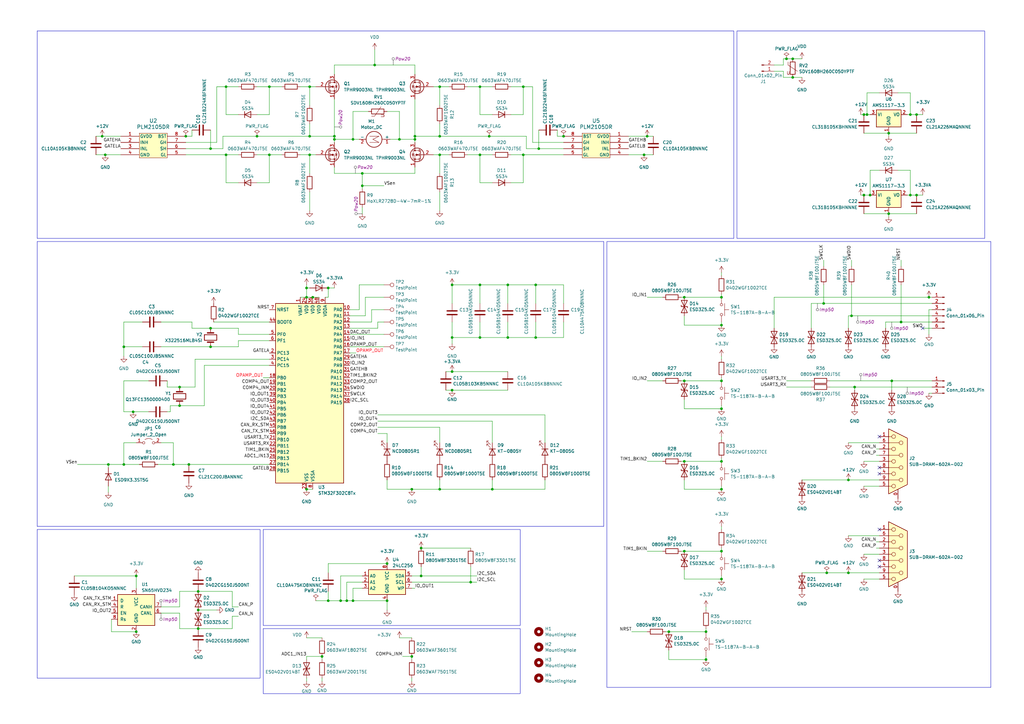
<source format=kicad_sch>
(kicad_sch (version 20230121) (generator eeschema)
  (paper "A3")
  (junction (at 125.73 121.92))
  (junction (at 76.2 55.88))
  (junction (at 325.12 24.13))
  (junction (at 350.52 158.75))
  (junction (at 71.12 190.5))
  (junction (at 295.91 156.21))
  (junction (at 43.18 63.5))
  (junction (at 274.32 259.08))
  (junction (at 200.66 55.88))
  (junction (at 158.75 231.14))
  (junction (at 86.36 142.24))
  (junction (at 180.34 35.56))
  (junction (at 81.28 250.19))
  (junction (at 219.71 116.84))
  (junction (at 92.71 35.56))
  (junction (at 148.59 76.2))
  (junction (at 128.27 121.92))
  (junction (at 196.85 138.43))
  (junction (at 86.36 134.62))
  (junction (at 337.82 124.46))
  (junction (at 264.16 63.5))
  (junction (at 364.49 87.63))
  (junction (at 125.73 200.66))
  (junction (at 125.73 118.11))
  (junction (at 180.34 63.5))
  (junction (at 289.56 259.08))
  (junction (at 369.57 132.08))
  (junction (at 356.87 80.01))
  (junction (at 373.38 46.99))
  (junction (at 193.04 238.76))
  (junction (at 347.98 234.95))
  (junction (at 50.8 190.5))
  (junction (at 280.67 156.21))
  (junction (at 201.93 200.66))
  (junction (at 92.71 63.5))
  (junction (at 170.18 57.15))
  (junction (at 214.63 63.5))
  (junction (at 365.76 156.21))
  (junction (at 295.91 200.66))
  (junction (at 153.67 26.67))
  (junction (at 219.71 138.43))
  (junction (at 55.88 236.22))
  (junction (at 322.58 24.13))
  (junction (at 208.28 116.84))
  (junction (at 144.78 57.15))
  (junction (at 280.67 189.23))
  (junction (at 295.91 133.35))
  (junction (at 185.42 138.43))
  (junction (at 105.41 55.88))
  (junction (at 295.91 167.64))
  (junction (at 280.67 121.92))
  (junction (at 381 121.92))
  (junction (at 86.36 60.96))
  (junction (at 280.67 226.06))
  (junction (at 142.24 246.38))
  (junction (at 196.85 116.84))
  (junction (at 295.91 189.23))
  (junction (at 81.28 257.81))
  (junction (at 168.91 200.66))
  (junction (at 110.49 35.56))
  (junction (at 127 63.5))
  (junction (at 134.62 246.38))
  (junction (at 354.33 46.99))
  (junction (at 214.63 35.56))
  (junction (at 364.49 54.61))
  (junction (at 185.42 152.4))
  (junction (at 110.49 63.5))
  (junction (at 81.28 242.57))
  (junction (at 73.66 166.37))
  (junction (at 196.85 63.5))
  (junction (at 168.91 269.24))
  (junction (at 127 55.88))
  (junction (at 144.78 246.38))
  (junction (at 180.34 200.66))
  (junction (at 265.43 55.88))
  (junction (at 54.61 168.91))
  (junction (at 134.62 118.11))
  (junction (at 172.72 224.79))
  (junction (at 132.08 269.24))
  (junction (at 208.28 138.43))
  (junction (at 77.47 190.5))
  (junction (at 50.8 142.24))
  (junction (at 373.38 80.01))
  (junction (at 375.92 80.01))
  (junction (at 55.88 259.08))
  (junction (at 170.18 55.88))
  (junction (at 163.83 57.15))
  (junction (at 172.72 236.22))
  (junction (at 220.98 60.96))
  (junction (at 347.98 196.85))
  (junction (at 231.14 55.88))
  (junction (at 289.56 270.51))
  (junction (at 295.91 121.92))
  (junction (at 325.12 31.75))
  (junction (at 196.85 35.56))
  (junction (at 137.16 57.15))
  (junction (at 295.91 237.49))
  (junction (at 185.42 116.84))
  (junction (at 137.16 55.88))
  (junction (at 349.25 129.54))
  (junction (at 148.59 71.12))
  (junction (at 354.33 80.01))
  (junction (at 180.34 55.88))
  (junction (at 158.75 246.38))
  (junction (at 127 35.56))
  (junction (at 41.91 55.88))
  (junction (at 295.91 226.06))
  (junction (at 44.45 190.5))
  (junction (at 73.66 158.75))
  (junction (at 185.42 160.02))
  (junction (at 139.7 246.38))
  (junction (at 375.92 46.99))
  (junction (at 339.09 234.95))
  (junction (at 355.6 46.99))
  (no_connect (at 360.68 191.77))
  (no_connect (at 360.68 179.07))
  (no_connect (at 360.68 229.87))
  (no_connect (at 360.68 232.41))
  (no_connect (at 378.46 134.62))
  (no_connect (at 360.68 194.31))
  (no_connect (at 360.68 217.17))
  (wire (pts (xy 322.58 158.75) (xy 332.74 158.75)))
  (wire (pts (xy 125.73 200.66) (xy 128.27 200.66)))
  (wire (pts (xy 219.71 132.08) (xy 219.71 138.43)))
  (wire (pts (xy 50.8 168.91) (xy 54.61 168.91)))
  (wire (pts (xy 208.28 132.08) (xy 208.28 138.43)))
  (wire (pts (xy 170.18 57.15) (xy 170.18 55.88)))
  (wire (pts (xy 219.71 116.84) (xy 219.71 124.46)))
  (wire (pts (xy 97.79 139.7) (xy 110.49 139.7)))
  (wire (pts (xy 208.28 138.43) (xy 196.85 138.43)))
  (wire (pts (xy 365.76 156.21) (xy 365.76 160.02)))
  (wire (pts (xy 64.77 190.5) (xy 71.12 190.5)))
  (wire (pts (xy 259.08 259.08) (xy 265.43 259.08)))
  (wire (pts (xy 71.12 181.61) (xy 71.12 190.5)))
  (wire (pts (xy 154.94 175.26) (xy 180.34 175.26)))
  (wire (pts (xy 163.83 57.15) (xy 170.18 57.15)))
  (wire (pts (xy 125.73 269.24) (xy 132.08 269.24)))
  (wire (pts (xy 148.59 76.2) (xy 148.59 77.47)))
  (wire (pts (xy 134.62 242.57) (xy 134.62 246.38)))
  (wire (pts (xy 147.32 127) (xy 147.32 116.84)))
  (wire (pts (xy 231.14 132.08) (xy 231.14 138.43)))
  (wire (pts (xy 80.01 147.32) (xy 110.49 147.32)))
  (wire (pts (xy 280.67 129.54) (xy 280.67 133.35)))
  (wire (pts (xy 95.25 252.73) (xy 95.25 257.81)))
  (wire (pts (xy 201.93 35.56) (xy 196.85 35.56)))
  (wire (pts (xy 148.59 238.76) (xy 142.24 238.76)))
  (wire (pts (xy 66.04 132.08) (xy 78.74 132.08)))
  (wire (pts (xy 195.58 236.22) (xy 172.72 236.22)))
  (wire (pts (xy 354.33 80.01) (xy 356.87 80.01)))
  (wire (pts (xy 76.2 60.96) (xy 86.36 60.96)))
  (wire (pts (xy 279.4 156.21) (xy 280.67 156.21)))
  (wire (pts (xy 209.55 46.99) (xy 214.63 46.99)))
  (wire (pts (xy 196.85 132.08) (xy 196.85 138.43)))
  (wire (pts (xy 353.06 46.99) (xy 354.33 46.99)))
  (wire (pts (xy 185.42 116.84) (xy 196.85 116.84)))
  (wire (pts (xy 347.98 129.54) (xy 347.98 134.62)))
  (wire (pts (xy 347.98 129.54) (xy 349.25 129.54)))
  (wire (pts (xy 50.8 190.5) (xy 57.15 190.5)))
  (wire (pts (xy 337.82 124.46) (xy 382.27 124.46)))
  (wire (pts (xy 144.78 57.15) (xy 147.32 57.15)))
  (wire (pts (xy 347.98 196.85) (xy 360.68 196.85)))
  (wire (pts (xy 360.68 69.85) (xy 356.87 69.85)))
  (wire (pts (xy 158.75 196.85) (xy 158.75 200.66)))
  (wire (pts (xy 200.66 55.88) (xy 180.34 55.88)))
  (wire (pts (xy 223.52 200.66) (xy 223.52 196.85)))
  (wire (pts (xy 180.34 55.88) (xy 170.18 55.88)))
  (wire (pts (xy 201.93 200.66) (xy 201.93 196.85)))
  (wire (pts (xy 264.16 63.5) (xy 257.81 63.5)))
  (wire (pts (xy 201.93 46.99) (xy 196.85 46.99)))
  (wire (pts (xy 91.44 55.88) (xy 91.44 60.96)))
  (wire (pts (xy 144.78 45.72) (xy 144.78 57.15)))
  (wire (pts (xy 214.63 35.56) (xy 218.44 35.56)))
  (wire (pts (xy 66.04 142.24) (xy 86.36 142.24)))
  (wire (pts (xy 280.67 226.06) (xy 295.91 226.06)))
  (wire (pts (xy 123.19 35.56) (xy 127 35.56)))
  (wire (pts (xy 137.16 26.67) (xy 137.16 30.48)))
  (wire (pts (xy 280.67 121.92) (xy 295.91 121.92)))
  (wire (pts (xy 349.25 116.84) (xy 349.25 129.54)))
  (wire (pts (xy 148.59 85.09) (xy 148.59 87.63)))
  (wire (pts (xy 80.01 158.75) (xy 73.66 158.75)))
  (wire (pts (xy 364.49 87.63) (xy 375.92 87.63)))
  (wire (pts (xy 149.86 129.54) (xy 149.86 121.92)))
  (wire (pts (xy 137.16 26.67) (xy 153.67 26.67)))
  (wire (pts (xy 127 78.74) (xy 127 86.36)))
  (wire (pts (xy 76.2 55.88) (xy 78.74 55.88)))
  (wire (pts (xy 364.49 87.63) (xy 364.49 88.9)))
  (wire (pts (xy 134.62 121.92) (xy 134.62 118.11)))
  (wire (pts (xy 125.73 118.11) (xy 127 118.11)))
  (wire (pts (xy 153.67 26.67) (xy 170.18 26.67)))
  (wire (pts (xy 381 161.29) (xy 382.27 161.29)))
  (wire (pts (xy 208.28 116.84) (xy 208.28 124.46)))
  (wire (pts (xy 280.67 167.64) (xy 295.91 167.64)))
  (wire (pts (xy 43.18 63.5) (xy 49.53 63.5)))
  (wire (pts (xy 172.72 232.41) (xy 172.72 236.22)))
  (wire (pts (xy 170.18 57.15) (xy 170.18 58.42)))
  (wire (pts (xy 133.35 121.92) (xy 134.62 121.92)))
  (wire (pts (xy 231.14 63.5) (xy 214.63 63.5)))
  (wire (pts (xy 280.67 237.49) (xy 295.91 237.49)))
  (wire (pts (xy 364.49 54.61) (xy 375.92 54.61)))
  (wire (pts (xy 337.82 106.68) (xy 337.82 109.22)))
  (wire (pts (xy 148.59 71.12) (xy 170.18 71.12)))
  (wire (pts (xy 196.85 35.56) (xy 191.77 35.56)))
  (wire (pts (xy 354.33 199.39) (xy 360.68 199.39)))
  (wire (pts (xy 265.43 226.06) (xy 271.78 226.06)))
  (wire (pts (xy 369.57 116.84) (xy 369.57 132.08)))
  (wire (pts (xy 214.63 74.93) (xy 214.63 63.5)))
  (wire (pts (xy 170.18 40.64) (xy 170.18 55.88)))
  (wire (pts (xy 144.78 241.3) (xy 144.78 246.38)))
  (wire (pts (xy 50.8 181.61) (xy 50.8 190.5)))
  (wire (pts (xy 354.33 87.63) (xy 364.49 87.63)))
  (wire (pts (xy 44.45 199.39) (xy 44.45 201.93)))
  (wire (pts (xy 50.8 132.08) (xy 58.42 132.08)))
  (wire (pts (xy 359.41 224.79) (xy 360.68 224.79)))
  (wire (pts (xy 110.49 35.56) (xy 115.57 35.56)))
  (wire (pts (xy 381 121.92) (xy 382.27 121.92)))
  (wire (pts (xy 97.79 134.62) (xy 97.79 137.16)))
  (wire (pts (xy 68.58 156.21) (xy 68.58 158.75)))
  (wire (pts (xy 373.38 80.01) (xy 375.92 80.01)))
  (wire (pts (xy 289.56 270.51) (xy 289.56 269.24)))
  (wire (pts (xy 129.54 246.38) (xy 134.62 246.38)))
  (wire (pts (xy 92.71 46.99) (xy 92.71 35.56)))
  (wire (pts (xy 372.11 80.01) (xy 373.38 80.01)))
  (wire (pts (xy 375.92 80.01) (xy 378.46 80.01)))
  (wire (pts (xy 110.49 63.5) (xy 110.49 74.93)))
  (wire (pts (xy 196.85 63.5) (xy 196.85 74.93)))
  (wire (pts (xy 219.71 116.84) (xy 231.14 116.84)))
  (wire (pts (xy 214.63 63.5) (xy 209.55 63.5)))
  (wire (pts (xy 139.7 246.38) (xy 142.24 246.38)))
  (wire (pts (xy 354.33 227.33) (xy 360.68 227.33)))
  (wire (pts (xy 73.66 251.46) (xy 73.66 257.81)))
  (wire (pts (xy 39.37 55.88) (xy 41.91 55.88)))
  (wire (pts (xy 280.67 163.83) (xy 280.67 167.64)))
  (wire (pts (xy 128.27 121.92) (xy 130.81 121.92)))
  (wire (pts (xy 195.58 238.76) (xy 193.04 238.76)))
  (wire (pts (xy 92.71 74.93) (xy 92.71 63.5)))
  (wire (pts (xy 265.43 156.21) (xy 271.78 156.21)))
  (wire (pts (xy 92.71 35.56) (xy 97.79 35.56)))
  (wire (pts (xy 208.28 116.84) (xy 219.71 116.84)))
  (wire (pts (xy 50.8 146.05) (xy 50.8 142.24)))
  (wire (pts (xy 185.42 124.46) (xy 185.42 116.84)))
  (wire (pts (xy 347.98 181.61) (xy 360.68 181.61)))
  (wire (pts (xy 134.62 234.95) (xy 134.62 231.14)))
  (wire (pts (xy 328.93 24.13) (xy 325.12 24.13)))
  (wire (pts (xy 321.31 24.13) (xy 321.31 26.67)))
  (wire (pts (xy 196.85 138.43) (xy 185.42 138.43)))
  (wire (pts (xy 105.41 55.88) (xy 127 55.88)))
  (wire (pts (xy 125.73 261.62) (xy 132.08 261.62)))
  (wire (pts (xy 66.04 248.92) (xy 73.66 248.92)))
  (wire (pts (xy 50.8 142.24) (xy 58.42 142.24)))
  (wire (pts (xy 295.91 133.35) (xy 295.91 132.08)))
  (wire (pts (xy 340.36 158.75) (xy 350.52 158.75)))
  (wire (pts (xy 182.88 160.02) (xy 185.42 160.02)))
  (wire (pts (xy 279.4 226.06) (xy 280.67 226.06)))
  (wire (pts (xy 295.91 187.96) (xy 295.91 189.23)))
  (wire (pts (xy 332.74 124.46) (xy 337.82 124.46)))
  (wire (pts (xy 148.59 236.22) (xy 139.7 236.22)))
  (wire (pts (xy 328.93 31.75) (xy 325.12 31.75)))
  (wire (pts (xy 95.25 257.81) (xy 81.28 257.81)))
  (wire (pts (xy 209.55 74.93) (xy 214.63 74.93)))
  (wire (pts (xy 280.67 156.21) (xy 295.91 156.21)))
  (wire (pts (xy 280.67 233.68) (xy 280.67 237.49)))
  (wire (pts (xy 196.85 116.84) (xy 196.85 124.46)))
  (wire (pts (xy 295.91 237.49) (xy 295.91 236.22)))
  (wire (pts (xy 95.25 252.73) (xy 97.79 252.73)))
  (wire (pts (xy 170.18 30.48) (xy 170.18 26.67)))
  (wire (pts (xy 170.18 241.3) (xy 168.91 241.3)))
  (wire (pts (xy 137.16 57.15) (xy 137.16 58.42)))
  (wire (pts (xy 137.16 68.58) (xy 137.16 71.12)))
  (wire (pts (xy 321.31 29.21) (xy 321.31 31.75)))
  (wire (pts (xy 143.51 127) (xy 147.32 127)))
  (wire (pts (xy 322.58 156.21) (xy 332.74 156.21)))
  (wire (pts (xy 69.85 168.91) (xy 69.85 166.37)))
  (wire (pts (xy 257.81 55.88) (xy 265.43 55.88)))
  (wire (pts (xy 154.94 132.08) (xy 157.48 132.08)))
  (wire (pts (xy 185.42 160.02) (xy 208.28 160.02)))
  (wire (pts (xy 143.51 144.78) (xy 146.05 144.78)))
  (wire (pts (xy 149.86 121.92) (xy 157.48 121.92)))
  (wire (pts (xy 185.42 138.43) (xy 185.42 140.97)))
  (wire (pts (xy 201.93 63.5) (xy 196.85 63.5)))
  (wire (pts (xy 134.62 118.11) (xy 137.16 118.11)))
  (wire (pts (xy 50.8 156.21) (xy 50.8 168.91)))
  (wire (pts (xy 369.57 132.08) (xy 382.27 132.08)))
  (wire (pts (xy 220.98 53.34) (xy 220.98 60.96)))
  (wire (pts (xy 86.36 60.96) (xy 91.44 60.96)))
  (wire (pts (xy 55.88 236.22) (xy 55.88 241.3)))
  (wire (pts (xy 76.2 63.5) (xy 92.71 63.5)))
  (wire (pts (xy 223.52 170.18) (xy 223.52 181.61)))
  (wire (pts (xy 372.11 46.99) (xy 373.38 46.99)))
  (wire (pts (xy 68.58 168.91) (xy 69.85 168.91)))
  (wire (pts (xy 347.98 234.95) (xy 360.68 234.95)))
  (wire (pts (xy 45.72 259.08) (xy 55.88 259.08)))
  (wire (pts (xy 196.85 35.56) (xy 196.85 46.99)))
  (wire (pts (xy 50.8 132.08) (xy 50.8 142.24)))
  (wire (pts (xy 170.18 71.12) (xy 170.18 68.58)))
  (wire (pts (xy 154.94 172.72) (xy 201.93 172.72)))
  (wire (pts (xy 105.41 74.93) (xy 110.49 74.93)))
  (wire (pts (xy 125.73 118.11) (xy 125.73 121.92)))
  (wire (pts (xy 50.8 156.21) (xy 60.96 156.21)))
  (wire (pts (xy 355.6 46.99) (xy 356.87 46.99)))
  (wire (pts (xy 69.85 166.37) (xy 73.66 166.37)))
  (wire (pts (xy 279.4 121.92) (xy 280.67 121.92)))
  (wire (pts (xy 279.4 189.23) (xy 280.67 189.23)))
  (wire (pts (xy 201.93 172.72) (xy 201.93 181.61)))
  (wire (pts (xy 78.74 134.62) (xy 86.36 134.62)))
  (wire (pts (xy 295.91 215.9) (xy 295.91 217.17)))
  (wire (pts (xy 295.91 111.76) (xy 295.91 113.03)))
  (wire (pts (xy 220.98 60.96) (xy 215.9 60.96)))
  (wire (pts (xy 127 63.5) (xy 127 71.12)))
  (wire (pts (xy 143.51 129.54) (xy 149.86 129.54)))
  (wire (pts (xy 289.56 257.81) (xy 289.56 259.08)))
  (wire (pts (xy 45.72 254) (xy 45.72 259.08)))
  (wire (pts (xy 97.79 46.99) (xy 92.71 46.99)))
  (wire (pts (xy 196.85 116.84) (xy 208.28 116.84)))
  (wire (pts (xy 105.41 35.56) (xy 110.49 35.56)))
  (wire (pts (xy 180.34 200.66) (xy 201.93 200.66)))
  (wire (pts (xy 144.78 246.38) (xy 158.75 246.38)))
  (wire (pts (xy 172.72 224.79) (xy 193.04 224.79)))
  (wire (pts (xy 373.38 69.85) (xy 373.38 80.01)))
  (wire (pts (xy 73.66 257.81) (xy 81.28 257.81)))
  (wire (pts (xy 180.34 35.56) (xy 177.8 35.56)))
  (wire (pts (xy 78.74 132.08) (xy 78.74 134.62)))
  (wire (pts (xy 163.83 45.72) (xy 163.83 57.15)))
  (wire (pts (xy 80.01 147.32) (xy 80.01 158.75)))
  (wire (pts (xy 368.3 69.85) (xy 373.38 69.85)))
  (wire (pts (xy 349.25 129.54) (xy 382.27 129.54)))
  (wire (pts (xy 295.91 154.94) (xy 295.91 156.21)))
  (wire (pts (xy 107.95 154.94) (xy 110.49 154.94)))
  (wire (pts (xy 363.22 132.08) (xy 363.22 134.62)))
  (wire (pts (xy 123.19 63.5) (xy 127 63.5)))
  (wire (pts (xy 88.9 35.56) (xy 88.9 58.42)))
  (wire (pts (xy 355.6 38.1) (xy 355.6 46.99)))
  (wire (pts (xy 184.15 63.5) (xy 180.34 63.5)))
  (wire (pts (xy 168.91 200.66) (xy 180.34 200.66)))
  (wire (pts (xy 152.4 127) (xy 157.48 127)))
  (wire (pts (xy 231.14 58.42) (xy 218.44 58.42)))
  (wire (pts (xy 165.1 269.24) (xy 168.91 269.24)))
  (wire (pts (xy 143.51 134.62) (xy 154.94 134.62)))
  (wire (pts (xy 127 63.5) (xy 129.54 63.5)))
  (wire (pts (xy 368.3 38.1) (xy 373.38 38.1)))
  (wire (pts (xy 92.71 63.5) (xy 97.79 63.5)))
  (wire (pts (xy 163.83 261.62) (xy 168.91 261.62)))
  (wire (pts (xy 359.41 184.15) (xy 360.68 184.15)))
  (wire (pts (xy 44.45 190.5) (xy 50.8 190.5)))
  (wire (pts (xy 66.04 181.61) (xy 71.12 181.61)))
  (wire (pts (xy 54.61 168.91) (xy 60.96 168.91)))
  (wire (pts (xy 83.82 149.86) (xy 83.82 166.37)))
  (wire (pts (xy 139.7 236.22) (xy 139.7 246.38)))
  (wire (pts (xy 231.14 55.88) (xy 228.6 55.88)))
  (wire (pts (xy 41.91 55.88) (xy 49.53 55.88)))
  (wire (pts (xy 132.08 269.24) (xy 132.08 270.51)))
  (wire (pts (xy 132.08 278.13) (xy 132.08 279.4)))
  (wire (pts (xy 228.6 55.88) (xy 228.6 53.34)))
  (wire (pts (xy 280.67 189.23) (xy 295.91 189.23)))
  (wire (pts (xy 127 35.56) (xy 129.54 35.56)))
  (wire (pts (xy 148.59 241.3) (xy 144.78 241.3)))
  (wire (pts (xy 137.16 40.64) (xy 137.16 55.88)))
  (wire (pts (xy 73.66 248.92) (xy 73.66 242.57)))
  (wire (pts (xy 30.48 236.22) (xy 55.88 236.22)))
  (wire (pts (xy 215.9 55.88) (xy 215.9 60.96)))
  (wire (pts (xy 92.71 35.56) (xy 88.9 35.56)))
  (wire (pts (xy 83.82 149.86) (xy 110.49 149.86)))
  (wire (pts (xy 350.52 158.75) (xy 350.52 160.02)))
  (wire (pts (xy 180.34 35.56) (xy 180.34 43.18)))
  (wire (pts (xy 273.05 259.08) (xy 274.32 259.08)))
  (wire (pts (xy 196.85 63.5) (xy 191.77 63.5)))
  (wire (pts (xy 201.93 74.93) (xy 196.85 74.93)))
  (wire (pts (xy 231.14 116.84) (xy 231.14 124.46)))
  (wire (pts (xy 152.4 132.08) (xy 152.4 127)))
  (wire (pts (xy 274.32 266.7) (xy 274.32 270.51)))
  (wire (pts (xy 354.33 46.99) (xy 355.6 46.99)))
  (wire (pts (xy 142.24 238.76) (xy 142.24 246.38)))
  (wire (pts (xy 125.73 279.4) (xy 125.73 278.13)))
  (wire (pts (xy 158.75 246.38) (xy 158.75 250.19)))
  (wire (pts (xy 193.04 238.76) (xy 168.91 238.76)))
  (wire (pts (xy 347.98 219.71) (xy 360.68 219.71)))
  (wire (pts (xy 280.67 200.66) (xy 295.91 200.66)))
  (wire (pts (xy 265.43 55.88) (xy 267.97 55.88)))
  (wire (pts (xy 55.88 181.61) (xy 50.8 181.61)))
  (wire (pts (xy 143.51 132.08) (xy 152.4 132.08)))
  (wire (pts (xy 231.14 138.43) (xy 219.71 138.43)))
  (wire (pts (xy 97.79 142.24) (xy 97.79 139.7)))
  (wire (pts (xy 359.41 222.25) (xy 360.68 222.25)))
  (wire (pts (xy 364.49 54.61) (xy 364.49 55.88)))
  (wire (pts (xy 218.44 35.56) (xy 218.44 58.42)))
  (wire (pts (xy 295.91 200.66) (xy 295.91 199.39)))
  (wire (pts (xy 325.12 24.13) (xy 322.58 24.13)))
  (wire (pts (xy 274.32 259.08) (xy 289.56 259.08)))
  (wire (pts (xy 354.33 189.23) (xy 360.68 189.23)))
  (wire (pts (xy 354.33 237.49) (xy 360.68 237.49)))
  (wire (pts (xy 44.45 190.5) (xy 44.45 191.77)))
  (wire (pts (xy 264.16 63.5) (xy 267.97 63.5)))
  (wire (pts (xy 153.67 20.32) (xy 153.67 26.67)))
  (wire (pts (xy 321.31 29.21) (xy 317.5 29.21)))
  (wire (pts (xy 66.04 251.46) (xy 73.66 251.46)))
  (wire (pts (xy 157.48 76.2) (xy 148.59 76.2)))
  (wire (pts (xy 158.75 177.8) (xy 158.75 181.61)))
  (wire (pts (xy 123.19 121.92) (xy 125.73 121.92)))
  (wire (pts (xy 295.91 146.05) (xy 295.91 147.32)))
  (wire (pts (xy 373.38 38.1) (xy 373.38 46.99)))
  (wire (pts (xy 73.66 242.57) (xy 81.28 242.57)))
  (wire (pts (xy 125.73 270.51) (xy 125.73 269.24)))
  (wire (pts (xy 201.93 200.66) (xy 223.52 200.66)))
  (wire (pts (xy 280.67 196.85) (xy 280.67 200.66)))
  (wire (pts (xy 180.34 78.74) (xy 180.34 86.36)))
  (wire (pts (xy 71.12 190.5) (xy 77.47 190.5)))
  (wire (pts (xy 97.79 74.93) (xy 92.71 74.93)))
  (wire (pts (xy 127 50.8) (xy 127 55.88)))
  (wire (pts (xy 160.02 57.15) (xy 163.83 57.15)))
  (wire (pts (xy 31.75 190.5) (xy 44.45 190.5)))
  (wire (pts (xy 154.94 170.18) (xy 223.52 170.18)))
  (wire (pts (xy 365.76 156.21) (xy 382.27 156.21)))
  (wire (pts (xy 154.94 177.8) (xy 158.75 177.8)))
  (wire (pts (xy 168.91 269.24) (xy 168.91 270.51)))
  (wire (pts (xy 359.41 186.69) (xy 360.68 186.69)))
  (wire (pts (xy 77.47 190.5) (xy 110.49 190.5)))
  (wire (pts (xy 295.91 179.07) (xy 295.91 180.34)))
  (wire (pts (xy 137.16 57.15) (xy 144.78 57.15)))
  (wire (pts (xy 295.91 167.64) (xy 295.91 166.37)))
  (wire (pts (xy 337.82 116.84) (xy 337.82 124.46)))
  (wire (pts (xy 214.63 46.99) (xy 214.63 35.56)))
  (wire (pts (xy 363.22 132.08) (xy 369.57 132.08)))
  (wire (pts (xy 105.41 63.5) (xy 110.49 63.5)))
  (wire (pts (xy 182.88 152.4) (xy 185.42 152.4)))
  (wire (pts (xy 180.34 63.5) (xy 180.34 71.12)))
  (wire (pts (xy 95.25 242.57) (xy 81.28 242.57)))
  (wire (pts (xy 86.36 134.62) (xy 97.79 134.62)))
  (wire (pts (xy 154.94 134.62) (xy 154.94 132.08)))
  (wire (pts (xy 172.72 236.22) (xy 168.91 236.22)))
  (wire (pts (xy 86.36 142.24) (xy 97.79 142.24)))
  (wire (pts (xy 184.15 35.56) (xy 180.34 35.56)))
  (wire (pts (xy 332.74 134.62) (xy 332.74 124.46)))
  (wire (pts (xy 193.04 232.41) (xy 193.04 238.76)))
  (wire (pts (xy 214.63 35.56) (xy 209.55 35.56)))
  (wire (pts (xy 185.42 152.4) (xy 208.28 152.4)))
  (wire (pts (xy 158.75 200.66) (xy 168.91 200.66)))
  (wire (pts (xy 110.49 63.5) (xy 115.57 63.5)))
  (wire (pts (xy 340.36 156.21) (xy 365.76 156.21)))
  (wire (pts (xy 325.12 31.75) (xy 321.31 31.75)))
  (wire (pts (xy 134.62 231.14) (xy 158.75 231.14)))
  (wire (pts (xy 95.25 248.92) (xy 97.79 248.92)))
  (wire (pts (xy 125.73 116.84) (xy 125.73 118.11)))
  (wire (pts (xy 127 35.56) (xy 127 43.18)))
  (wire (pts (xy 134.62 246.38) (xy 139.7 246.38)))
  (wire (pts (xy 360.68 38.1) (xy 355.6 38.1)))
  (wire (pts (xy 321.31 26.67) (xy 317.5 26.67)))
  (wire (pts (xy 339.09 234.95) (xy 347.98 234.95)))
  (wire (pts (xy 317.5 121.92) (xy 317.5 134.62)))
  (wire (pts (xy 78.74 55.88) (xy 78.74 53.34)))
  (wire (pts (xy 317.5 121.92) (xy 381 121.92)))
  (wire (pts (xy 378.46 134.62) (xy 382.27 134.62)))
  (wire (pts (xy 265.43 121.92) (xy 271.78 121.92)))
  (wire (pts (xy 381 127) (xy 382.27 127)))
  (wire (pts (xy 97.79 137.16) (xy 110.49 137.16)))
  (wire (pts (xy 375.92 46.99) (xy 378.46 46.99)))
  (wire (pts (xy 381 137.16) (xy 381 127)))
  (wire (pts (xy 280.67 133.35) (xy 295.91 133.35)))
  (wire (pts (xy 157.48 137.16) (xy 143.51 137.16)))
  (wire (pts (xy 322.58 24.13) (xy 321.31 24.13)))
  (wire (pts (xy 289.56 248.92) (xy 289.56 250.19)))
  (wire (pts (xy 125.73 121.92) (xy 128.27 121.92)))
  (wire (pts (xy 151.13 45.72) (xy 144.78 45.72)))
  (wire (pts (xy 105.41 46.99) (xy 110.49 46.99)))
  (wire (pts (xy 180.34 63.5) (xy 177.8 63.5)))
  (wire (pts (xy 110.49 35.56) (xy 110.49 46.99)))
  (wire (pts (xy 208.28 138.43) (xy 219.71 138.43)))
  (wire (pts (xy 91.44 55.88) (xy 105.41 55.88)))
  (wire (pts (xy 369.57 106.68) (xy 369.57 109.22)))
  (wire (pts (xy 265.43 189.23) (xy 271.78 189.23)))
  (wire (pts (xy 328.93 234.95) (xy 339.09 234.95)))
  (wire (pts (xy 83.82 166.37) (xy 73.66 166.37)))
  (wire (pts (xy 86.36 53.34) (xy 86.36 60.96)))
  (wire (pts (xy 180.34 200.66) (xy 180.34 196.85)))
  (wire (pts (xy 180.34 175.26) (xy 180.34 181.61)))
  (wire (pts (xy 142.24 246.38) (xy 144.78 246.38)))
  (wire (pts (xy 328.93 196.85) (xy 347.98 196.85)))
  (wire (pts (xy 81.28 250.19) (xy 88.9 250.19)))
  (wire (pts (xy 350.52 158.75) (xy 382.27 158.75)))
  (wire (pts (xy 356.87 69.85) (xy 356.87 80.01)))
  (wire (pts (xy 185.42 132.08) (xy 185.42 138.43)))
  (wire (pts (xy 137.16 71.12) (xy 148.59 71.12)))
  (wire (pts (xy 95.25 248.92) (xy 95.25 242.57)))
  (wire (pts (xy 231.14 60.96) (xy 220.98 60.96)))
  (wire (pts (xy 68.58 158.75) (xy 73.66 158.75)))
  (wire (pts (xy 127 55.88) (xy 137.16 55.88)))
  (wire (pts (xy 349.25 106.68) (xy 349.25 109.22)))
  (wire (pts (xy 373.38 46.99) (xy 375.92 46.99)))
  (wire (pts (xy 274.32 270.51) (xy 289.56 270.51)))
  (wire (pts (xy 295.91 120.65) (xy 295.91 121.92)))
  (wire (pts (xy 295.91 224.79) (xy 295.91 226.06)))
  (wire (pts (xy 353.06 80.01) (xy 354.33 80.01)))
  (wire (pts (xy 147.32 116.84) (xy 157.48 116.84)))
  (wire (pts (xy 87.63 132.08) (xy 110.49 132.08)))
  (wire (pts (xy 39.37 63.5) (xy 43.18 63.5)))
  (wire (pts (xy 137.16 55.88) (xy 137.16 57.15)))
  (wire (pts (xy 148.59 71.12) (xy 148.59 76.2)))
  (wire (pts (xy 354.33 54.61) (xy 364.49 54.61)))
  (wire (pts (xy 168.91 278.13) (xy 168.91 279.4)))
  (wire (pts (xy 215.9 55.88) (xy 200.66 55.88)))
  (wire (pts (xy 76.2 58.42) (xy 88.9 58.42)))
  (wire (pts (xy 180.34 50.8) (xy 180.34 55.88)))
  (wire (pts (xy 158.75 45.72) (xy 163.83 45.72)))
  (wire (pts (xy 157.48 142.24) (xy 143.51 142.24)))
  (rectangle (start 15.24 217.17) (end 106.68 278.13))
  (rectangle (start 107.95 217.17) (end 213.36 256.54))
  (rectangle (start 248.92 99.06) (end 406.4 281.94))
  (rectangle (start 107.95 257.81) (end 213.36 284.48))
  (rectangle (start 15.24 99.06) (end 247.65 215.9))
  (rectangle (start 15.24 12.7) (end 300.99 97.79))
  (rectangle (start 302.26 12.7) (end 403.86 97.79))
  (label "CAN_P" (at 359.41 224.79 180))
  (label "CAN_TX_STM" (at 45.72 246.38 180))
  (label "COMP4_OUT" (at 110.49 157.48 180))
  (label "GATEHA" (at 49.53 58.42 180))
  (label "TIM1_BKIN2" (at 265.43 189.23 180))
  (label "CAN_N" (at 359.41 184.15 180))
  (label "SWDIO" (at 143.51 160.02 0))
  (label "COMP2_OUT" (at 154.94 175.26 180))
  (label "OPAMP_OUT" (at 143.51 142.24 0))
  (label "CAN_P" (at 359.41 186.69 180))
  (label "GATEHA" (at 143.51 147.32 0))
  (label "ADC1_IN13" (at 125.73 269.24 180))
  (label "USART3_TX" (at 322.58 156.21 180))
  (label "IO_OUT1" (at 110.49 162.56 180))
  (label "COMP2_OUT" (at 143.51 157.48 0))
  (label "IO_OUT1" (at 170.18 241.3 0))
  (label "VSen" (at 31.75 190.5 180))
  (label "SWCLK" (at 337.82 106.68 90))
  (label "IO_OUT3" (at 110.49 165.1 180))
  (label "I2C_SDA" (at 195.58 236.22 0))
  (label "IO_OUT4" (at 110.49 167.64 180))
  (label "OPAMP_OUT" (at 107.95 154.94 180))
  (label "IO_OUT2" (at 110.49 170.18 180))
  (label "NRST" (at 369.57 106.68 90))
  (label "TIM1_BKIN" (at 265.43 226.06 180))
  (label "GATELB" (at 257.81 60.96 0))
  (label "CAN_N" (at 97.79 252.73 0))
  (label "CAN_RX_STM" (at 45.72 248.92 180))
  (label "CAN_RX_STM" (at 110.49 175.26 180))
  (label "GATELA" (at 49.53 60.96 180))
  (label "IO_OUT2" (at 45.72 251.46 180))
  (label "IO_IN2" (at 265.43 156.21 180))
  (label "IO_IN1" (at 265.43 121.92 180))
  (label "I2C_SCL" (at 143.51 165.1 0))
  (label "OPAMP_OUT" (at 146.05 144.78 0))
  (label "TIM1_BKIN2" (at 143.51 154.94 0))
  (label "COMP4_OUT" (at 154.94 177.8 180))
  (label "DAC_OUT" (at 143.51 137.16 0))
  (label "VSen" (at 157.48 76.2 0))
  (label "ADC1_IN13" (at 110.49 187.96 180))
  (label "GATELA" (at 110.49 144.78 180))
  (label "GATELB" (at 110.49 193.04 180))
  (label "COMP4_INM" (at 165.1 269.24 180))
  (label "IO_OUT4" (at 154.94 172.72 180))
  (label "TIM1_BKIN" (at 110.49 185.42 180))
  (label "IO_OUT3" (at 154.94 170.18 180))
  (label "SWCLK" (at 143.51 162.56 0))
  (label "I2C_SDA" (at 110.49 172.72 180))
  (label "I2C_SCL" (at 195.58 238.76 0))
  (label "SWO" (at 378.46 134.62 180))
  (label "USART3_RX" (at 322.58 158.75 180))
  (label "CAN_TX_STM" (at 110.49 177.8 180))
  (label "GATEHB" (at 257.81 58.42 0))
  (label "COMP4_INM" (at 110.49 160.02 180))
  (label "USART3_TX" (at 110.49 180.34 180))
  (label "CAN_P" (at 97.79 248.92 0))
  (label "USART3_RX" (at 110.49 182.88 180))
  (label "CAN_N" (at 359.41 222.25 180))
  (label "NRST" (at 259.08 259.08 180))
  (label "SWDIO" (at 349.25 106.68 90))
  (label "NRST" (at 110.49 127 180))
  (label "IO_IN2" (at 143.51 149.86 0))
  (label "GATEHB" (at 143.51 152.4 0))
  (label "IO_IN1" (at 143.51 139.7 0))
  (netclass_flag "" (length 2.54) (shape round) (at 66.04 248.92 0) (property "ImpCont" "Imp50" (at 66.7385 246.38 0) (effects (font italic) (justify left))))
  (netclass_flag "" (length 2.54) (shape round) (at 145.779 71.12 0) (property "PowM" "Pow20" (at 146.4775 68.58 0) (effects (font italic) (justify left))))
  (netclass_flag "" (length 2.54) (shape round) (at 351.79 129.54 180) (property "ImpCont" "Imp50" (at 352.4885 132.08 0) (effects (font italic) (justify left))))
  (netclass_flag "" (length 2.54) (shape round) (at 365.76 132.08 180) (property "ImpCont" "Imp50" (at 366.4585 134.62 0) (effects (font italic) (justify left))))
  (netclass_flag "" (length 2.54) (shape round) (at 353.06 156.21 0) (property "ImpCont" "Imp50" (at 353.7585 153.67 0) (effects (font italic) (justify left))))
  (netclass_flag "" (length 2.54) (shape round) (at 161.29 26.67 0) (property "PowM" "Pow20" (at 161.9885 24.13 0) (effects (font italic) (justify left))))
  (netclass_flag "" (length 2.54) (shape round) (at 66.04 251.46 180) (property "ImpCont" "Imp50" (at 66.7385 254 0) (effects (font italic) (justify left))))
  (netclass_flag "" (length 2.54) (shape round) (at 137.16 52.07 270) (property "PowM" "Pow20" (at 139.7 51.3715 90) (effects (font italic) (justify left))))
  (netclass_flag "" (length 2.54) (shape round) (at 148.59 87.63 90) (property "PowM" "Pow20" (at 146.05 86.9315 90) (effects (font italic) (justify left))))
  (netclass_flag "" (length 2.54) (shape round) (at 335.28 124.46 180) (property "ImpCont" "Imp50" (at 335.9785 127 0) (effects (font italic) (justify left))))
  (netclass_flag "" (length 2.54) (shape round) (at 372.11 158.75 180) (property "ImpCont" "Imp50" (at 372.8085 161.29 0) (effects (font italic) (justify left))))
  (symbol (lib_id "Device:D_TVS") (at 328.93 200.66 90) (unit 1)
    (property "Reference" "D20" (at 330.962 199.4479 90) (effects (justify right)))
    (property "Value" "ES0402V014BT" (at 330.962 201.8721 90) (effects (justify right)))
    (property "Footprint" "Diode_SMD:D_0402_1005Metric" (effects hide))
    (property "LCSC" "C246767" (effects hide))
  )
  (symbol (lib_id "Device:R") (at 158.75 193.04 0) (unit 1)
    (property "Reference" "R10" (at 160.528 191.8279 0) (effects (justify left)))
    (property "Value" "0805W8F1000T5E" (at 160.528 194.2521 0) (effects (justify left)))
    (property "Footprint" "Resistor_SMD:R_0805_2012Metric" (effects hide))
    (property "LCSC" "C17408" (effects hide))
  )
  (symbol (lib_id "Device:D") (at 205.74 46.99 0) (mirror y) (unit 1)
    (property "Reference" "D10" (at 205.74 41.91 0))
    (property "Value" "SS34" (at 205.74 44.45 0))
    (property "Footprint" "Diode_SMD:D_MELF" (effects hide))
    (property "Sim.Device" "D" (effects hide))
    (property "Sim.Pins" "1=K 2=A" (effects hide))
    (property "LCSC" "C8678" (effects hide))
  )
  (symbol (lib_id "power:GND") (at 127 86.36 0) (unit 1)
    (property "Reference" "#PWR016" (effects hide))
    (property "Value" "GND" (at 127 91.44 0))
  )
  (symbol (lib_id "Device:D") (at 44.45 195.58 270) (unit 1)
    (property "Reference" "D1" (at 46.482 194.3679 90) (effects (justify left)))
    (property "Value" "ESD9X3.3ST5G" (at 46.99 196.85 90) (effects (justify left)))
    (property "Footprint" "Diode_SMD:D_SOD-923" (effects hide))
    (property "Sim.Device" "D" (effects hide))
    (property "Sim.Pins" "1=K 2=A" (effects hide))
    (property "LCSC" "C130456" (effects hide))
  )
  (symbol (lib_id "0000locallib:PLM2105DR") (at 245.11 59.69 0) (mirror y) (unit 1)
    (property "Reference" "U5" (at 244.475 49.53 0) (effects (font (size 1.524 1.524))))
    (property "Value" "PLM2105DR" (at 244.475 52.07 0) (effects (font (size 1.524 1.524))))
    (property "Footprint" "SOIC8_D_TEX" (effects hide))
    (property "Datasheet" "PLM2105DR" (effects hide))
  )
  (symbol (lib_id "power:GND") (at 347.98 142.24 0) (unit 1)
    (property "Reference" "#PWR052" (effects hide))
    (property "Value" "GND" (at 347.98 146.3731 0))
  )
  (symbol (lib_id "Device:R") (at 180.34 46.99 0) (mirror x) (unit 1)
    (property "Reference" "R12" (at 185.42 46.99 90))
    (property "Value" "0603WAF1002T5E" (at 182.88 46.99 90))
    (property "Footprint" "Resistor_SMD:R_0603_1608Metric" (effects hide))
    (property "LCSC" "C25804" (effects hide))
  )
  (symbol (lib_id "power:GND") (at 55.88 259.08 0) (unit 1)
    (property "Reference" "#PWR08" (effects hide))
    (property "Value" "GND" (at 55.88 263.2131 0))
  )
  (symbol (lib_id "Device:R") (at 201.93 193.04 0) (unit 1)
    (property "Reference" "R18" (at 203.708 191.8279 0) (effects (justify left)))
    (property "Value" "0805W8F1000T5E" (at 203.708 194.2521 0) (effects (justify left)))
    (property "Footprint" "Resistor_SMD:R_0805_2012Metric" (effects hide))
    (property "LCSC" "C17408" (effects hide))
  )
  (symbol (lib_id "Device:Q_NMOS_SGD") (at 172.72 63.5 0) (mirror y) (unit 1)
    (property "Reference" "Q4" (at 166.37 62.23 0) (effects (justify left)))
    (property "Value" "TPHR9003NL" (at 166.37 64.77 0) (effects (justify left)))
    (property "Footprint" "Package_SON:VSONP-8-1EP_5x6_P1.27mm" (effects hide))
    (property "LCSC" "C129784" (effects hide))
  )
  (symbol (lib_id "power:GND") (at 295.91 133.35 0) (unit 1)
    (property "Reference" "#PWR037" (effects hide))
    (property "Value" "GND" (at 295.91 137.4831 0))
  )
  (symbol (lib_id "Device:R") (at 60.96 190.5 90) (unit 1)
    (property "Reference" "R1" (at 60.96 185.3397 90))
    (property "Value" "0805W8F100JT5E" (at 60.96 187.7639 90))
    (property "Footprint" "Resistor_SMD:R_0805_2012Metric" (effects hide))
    (property "LCSC" "C17415" (effects hide))
  )
  (symbol (lib_id "power:+3.3V") (at 295.91 179.07 0) (unit 1)
    (property "Reference" "#PWR040" (effects hide))
    (property "Value" "+3.3V" (at 295.91 173.99 0))
  )
  (symbol (lib_id "power:+3.3V") (at 125.73 116.84 0) (unit 1)
    (property "Reference" "#PWR014" (effects hide))
    (property "Value" "+3.3V" (at 125.73 111.76 0))
  )
  (symbol (lib_id "Switch:SW_Push") (at 295.91 161.29 270) (unit 1)
    (property "Reference" "SW2" (at 299.593 160.0779 90) (effects (justify left)))
    (property "Value" "TS-1187A-B-A-B" (at 299.593 162.5021 90) (effects (justify left)))
    (property "Footprint" "Button_Switch_SMD:SW_Push_1P1T_XKB_TS-1187A" (effects hide))
    (property "LCSC" "C318884" (effects hide))
  )
  (symbol (lib_id "Device:R") (at 180.34 193.04 0) (unit 1)
    (property "Reference" "R14" (at 182.118 191.8279 0) (effects (justify left)))
    (property "Value" "0805W8F1000T5E" (at 182.118 194.2521 0) (effects (justify left)))
    (property "Footprint" "Resistor_SMD:R_0805_2012Metric" (effects hide))
    (property "LCSC" "C17408" (effects hide))
  )
  (symbol (lib_id "power:GND") (at 125.73 200.66 0) (unit 1)
    (property "Reference" "#PWR015" (effects hide))
    (property "Value" "GND" (at 125.73 205.74 0))
  )
  (symbol (lib_id "Device:C") (at 224.79 53.34 90) (mirror x) (unit 1)
    (property "Reference" "C18" (at 226.06 50.8 0) (effects (justify right)))
    (property "Value" "CL21B224KBFNNNE" (at 223.52 50.8 0) (effects (justify right)))
    (property "Footprint" "Capacitor_SMD:C_0805_2012Metric" (effects hide))
    (property "LCSC" "C5378" (effects hide))
  )
  (symbol (lib_id "power:GND") (at 328.93 242.57 0) (unit 1)
    (property "Reference" "#PWR050" (effects hide))
    (property "Value" "GND" (at 328.93 247.65 0))
  )
  (symbol (lib_id "power:GND") (at 354.33 189.23 0) (unit 1)
    (property "Reference" "#PWR060" (effects hide))
    (property "Value" "GND" (at 354.33 193.3631 0))
  )
  (symbol (lib_id "Connector:TestPoint") (at 157.48 127 270) (unit 1)
    (property "Reference" "TP4" (at 162.179 125.7879 90) (effects (justify left)))
    (property "Value" "TestPoint" (at 162.179 128.2121 90) (effects (justify left)))
    (property "Footprint" "TestPoint:TestPoint_Loop_D1.80mm_Drill1.0mm_Beaded" (effects hide))
  )
  (symbol (lib_id "power:+12V") (at 353.06 46.99 0) (unit 1)
    (property "Reference" "#PWR058" (effects hide))
    (property "Value" "+12V" (at 353.06 42.8569 0))
  )
  (symbol (lib_id "power:GND") (at 365.76 167.64 0) (unit 1)
    (property "Reference" "#PWR067" (effects hide))
    (property "Value" "GND" (at 365.76 172.72 0))
  )
  (symbol (lib_id "power:+12V") (at 265.43 55.88 0) (unit 1)
    (property "Reference" "#PWR035" (effects hide))
    (property "Value" "+12V" (at 265.43 51.7469 0))
  )
  (symbol (lib_id "Device:C") (at 375.92 50.8 0) (unit 1)
    (property "Reference" "C23" (at 379.73 49.53 0) (effects (justify left)))
    (property "Value" "CL21A226MAQNNNE" (at 379.73 52.07 0) (effects (justify left)))
    (property "Footprint" "Capacitor_SMD:C_0805_2012Metric" (effects hide))
    (property "LCSC" "C45783" (effects hide))
  )
  (symbol (lib_id "Switch:SW_Push") (at 295.91 127 270) (unit 1)
    (property "Reference" "SW1" (at 299.593 125.7879 90) (effects (justify left)))
    (property "Value" "TS-1187A-B-A-B" (at 299.593 128.2121 90) (effects (justify left)))
    (property "Footprint" "Button_Switch_SMD:SW_Push_1P1T_XKB_TS-1187A" (effects hide))
    (property "LCSC" "C318884" (effects hide))
  )
  (symbol (lib_id "power:GND") (at 148.59 87.63 0) (unit 1)
    (property "Reference" "#PWR018" (effects hide))
    (property "Value" "GND" (at 148.59 92.71 0))
  )
  (symbol (lib_id "Switch:SW_Push") (at 295.91 231.14 270) (unit 1)
    (property "Reference" "SW4" (at 299.593 229.9279 90) (effects (justify left)))
    (property "Value" "TS-1187A-B-A-B" (at 299.593 232.3521 90) (effects (justify left)))
    (property "Footprint" "Button_Switch_SMD:SW_Push_1P1T_XKB_TS-1187A" (effects hide))
    (property "LCSC" "C318884" (effects hide))
  )
  (symbol (lib_id "0000locallib:PLM2105DR") (at 62.23 59.69 0) (unit 1)
    (property "Reference" "U2" (at 62.865 49.53 0) (effects (font (size 1.524 1.524))))
    (property "Value" "PLM2105DR" (at 62.865 52.07 0) (effects (font (size 1.524 1.524))))
    (property "Footprint" "SOIC8_D_TEX" (effects hide))
    (property "Datasheet" "PLM2105DR" (effects hide))
  )
  (symbol (lib_id "Device:R") (at 295.91 220.98 0) (unit 1)
    (property "Reference" "R34" (at 297.688 219.7679 0) (effects (justify left)))
    (property "Value" "0402WGF1002TCE" (at 297.688 222.1921 0) (effects (justify left)))
    (property "Footprint" "Resistor_SMD:R_0402_1005Metric" (effects hide))
    (property "LCSC" "C25744" (effects hide))
  )
  (symbol (lib_id "power:GND") (at 350.52 167.64 0) (unit 1)
    (property "Reference" "#PWR057" (effects hide))
    (property "Value" "GND" (at 350.52 172.72 0))
  )
  (symbol (lib_id "Device:R") (at 295.91 184.15 0) (unit 1)
    (property "Reference" "R33" (at 297.688 182.9379 0) (effects (justify left)))
    (property "Value" "0402WGF1002TCE" (at 297.688 185.3621 0) (effects (justify left)))
    (property "Footprint" "Resistor_SMD:R_0402_1005Metric" (effects hide))
    (property "LCSC" "C25744" (effects hide))
  )
  (symbol (lib_id "power:GND") (at 317.5 142.24 0) (unit 1)
    (property "Reference" "#PWR046" (effects hide))
    (property "Value" "GND" (at 317.5 146.3731 0))
  )
  (symbol (lib_id "Device:C") (at 82.55 53.34 270) (unit 1)
    (property "Reference" "C10" (at 81.28 50.8 0) (effects (justify right)))
    (property "Value" "CL21B224KBFNNNE" (at 83.82 50.8 0) (effects (justify right)))
    (property "Footprint" "Capacitor_SMD:C_0805_2012Metric" (effects hide))
    (property "LCSC" "C5378" (effects hide))
  )
  (symbol (lib_id "Memory_EEPROM:24LC256") (at 158.75 238.76 0) (unit 1)
    (property "Reference" "U4" (at 160.9441 229.5357 0) (effects (justify left)))
    (property "Value" "24LC256" (at 160.9441 231.9599 0) (effects (justify left)))
    (property "Footprint" "Package_SO:SOIC-8_3.9x4.9mm_P1.27mm" (effects hide))
    (property "Datasheet" "http://ww1.microchip.com/downloads/en/devicedoc/21203m.pdf" (effects hide))
    (property "LCSC" "C2987263" (effects hide))
  )
  (symbol (lib_id "power:PWR_FLAG") (at 322.58 24.13 0) (unit 1)
    (property "Reference" "#FLG06" (effects hide))
    (property "Value" "PWR_FLAG" (at 322.58 19.9969 0))
  )
  (symbol (lib_id "power:+3.3V") (at 378.46 46.99 0) (unit 1)
    (property "Reference" "#PWR070" (effects hide))
    (property "Value" "+3.3V" (at 378.46 41.91 0))
  )
  (symbol (lib_id "MCU_ST_STM32F3:STM32F302C8Tx") (at 125.73 162.56 0) (unit 1)
    (property "Reference" "U3" (at 130.4641 199.8401 0) (effects (justify left)))
    (property "Value" "STM32F302C8Tx" (at 130.4641 202.2643 0) (effects (justify left)))
    (property "Footprint" "Package_QFP:LQFP-48_7x7mm_P0.5mm" (effects hide))
    (property "Datasheet" "https://www.st.com/resource/en/datasheet/stm32f302c8.pdf" (effects hide))
    (property "LCSC" "C90795" (effects hide))
  )
  (symbol (lib_id "power:+3.3V") (at 289.56 248.92 0) (unit 1)
    (property "Reference" "#PWR044" (effects hide))
    (property "Value" "+3.3V" (at 289.56 243.84 0))
  )
  (symbol (lib_id "Device:D") (at 205.74 74.93 0) (mirror y) (unit 1)
    (property "Reference" "D11" (at 205.74 69.85 0))
    (property "Value" "SS34" (at 205.74 72.39 0))
    (property "Footprint" "Diode_SMD:D_MELF" (effects hide))
    (property "Sim.Device" "D" (effects hide))
    (property "Sim.Pins" "1=K 2=A" (effects hide))
    (property "LCSC" "C8678" (effects hide))
  )
  (symbol (lib_id "Device:D_TVS") (at 280.67 125.73 90) (unit 1)
    (property "Reference" "D14" (at 282.702 124.5179 90) (effects (justify right)))
    (property "Value" "ESD3Z5.0C" (at 282.702 126.9421 90) (effects (justify right)))
    (property "Footprint" "Diode_SMD:D_SOD-323" (effects hide))
    (property "LCSC" "C915609" (effects hide))
  )
  (symbol (lib_id "Device:C") (at 182.88 156.21 0) (unit 1)
    (property "Reference" "C12" (at 185.801 154.9979 0) (effects (justify left)))
    (property "Value" "CL05B103KB5NNNC" (at 185.801 157.4221 0) (effects (justify left)))
    (property "Footprint" "Capacitor_SMD:C_0402_1005Metric" (effects hide))
    (property "LCSC" "C15195" (effects hide))
  )
  (symbol (lib_id "power:GND") (at 132.08 279.4 0) (unit 1)
    (property "Reference" "#PWR033" (effects hide))
    (property "Value" "GND" (at 132.08 283.21 0))
  )
  (symbol (lib_id "power:+3.3VA") (at 185.42 152.4 0) (unit 1)
    (property "Reference" "#PWR027" (effects hide))
    (property "Value" "+3.3VA" (at 185.42 148.2669 0))
  )
  (symbol (lib_id "Device:C") (at 30.48 240.03 0) (unit 1)
    (property "Reference" "C1" (at 33.401 238.8179 0) (effects (justify left)))
    (property "Value" "CL05B104KO5NNNC" (at 33.02 241.3 0) (effects (justify left)))
    (property "Footprint" "Capacitor_SMD:C_0402_1005Metric" (effects hide))
    (property "LCSC" "C1525" (effects hide))
  )
  (symbol (lib_id "power:+12V") (at 347.98 234.95 0) (unit 1)
    (property "Reference" "#PWR056" (effects hide))
    (property "Value" "+12V" (at 347.98 230.8169 0))
  )
  (symbol (lib_id "Device:C") (at 77.47 194.31 0) (unit 1)
    (property "Reference" "C7" (at 81.28 193.04 0) (effects (justify left)))
    (property "Value" "CL21C200JBANNNC" (at 81.28 195.58 0) (effects (justify left)))
    (property "Footprint" "Capacitor_SMD:C_0805_2012Metric" (effects hide))
    (property "LCSC" "C1804" (effects hide))
  )
  (symbol (lib_id "Device:D_TVS") (at 350.52 163.83 90) (unit 1)
    (property "Reference" "D24" (at 352.552 162.6179 90) (effects (justify right)))
    (property "Value" "ESD3Z5.0C" (at 352.552 165.0421 90) (effects (justify right)))
    (property "Footprint" "Diode_SMD:D_SOD-323" (effects hide))
    (property "LCSC" "C915609" (effects hide))
  )
  (symbol (lib_id "Connector:DE9_Receptacle_MountingHoles") (at 368.3 227.33 0) (unit 1)
    (property "Reference" "J3" (at 372.872 226.1179 0) (effects (justify left)))
    (property "Value" "SUB-DRAM-602A-002" (at 372.872 228.5421 0) (effects (justify left)))
    (property "Footprint" "Connector_Dsub:DSUB-9_Female_Horizontal_P2.77x2.84mm_EdgePinOffset7.70mm_Housed_MountingHolesOffset9.12mm" (effects hide))
    (property "Datasheet" " ~" (effects hide))
    (property "LCSC" "C2846087 " (effects hide))
  )
  (symbol (lib_id "power:GND") (at 295.91 237.49 0) (unit 1)
    (property "Reference" "#PWR043" (effects hide))
    (property "Value" "GND" (at 295.91 241.6231 0))
  )
  (symbol (lib_id "Connector:TestPoint") (at 157.48 132.08 270) (unit 1)
    (property "Reference" "TP5" (at 162.179 130.8679 90) (effects (justify left)))
    (property "Value" "TestPoint" (at 162.179 133.2921 90) (effects (justify left)))
    (property "Footprint" "TestPoint:TestPoint_Loop_D1.80mm_Drill1.0mm_Beaded" (effects hide))
  )
  (symbol (lib_id "Connector:DE9_Receptacle_MountingHoles") (at 368.3 189.23 0) (unit 1)
    (property "Reference" "J2" (at 372.872 188.0179 0) (effects (justify left)))
    (property "Value" "SUB-DRAM-602A-002" (at 372.872 190.4421 0) (effects (justify left)))
    (property "Footprint" "Connector_Dsub:DSUB-9_Female_Horizontal_P2.77x2.84mm_EdgePinOffset7.70mm_Housed_MountingHolesOffset9.12mm" (effects hide))
    (property "Datasheet" " ~" (effects hide))
    (property "LCSC" "C2846087 " (effects hide))
  )
  (symbol (lib_id "Device:Q_NMOS_SGD") (at 172.72 35.56 0) (mirror y) (unit 1)
    (property "Reference" "Q3" (at 166.37 34.29 0) (effects (justify left)))
    (property "Value" "TPHR9003NL" (at 166.37 36.83 0) (effects (justify left)))
    (property "Footprint" "Package_SON:VSONP-8-1EP_5x6_P1.27mm" (effects hide))
    (property "LCSC" "C129784" (effects hide))
  )
  (symbol (lib_id "Device:Varistor") (at 154.94 45.72 90) (unit 1)
    (property "Reference" "RV1" (at 155.1333 39.7977 90))
    (property "Value" "SDV1608H260C050YPTF" (at 155.1333 42.2219 90))
    (property "Footprint" "Resistor_SMD:R_0603_1608Metric" (effects hide))
    (property "Sim.Name" "kicad_builtin_varistor" (effects hide))
    (property "Sim.Device" "SUBCKT" (effects hide))
    (property "Sim.Pins" "1=A 2=B" (effects hide))
    (property "Sim.Params" "threshold=1k" (effects hide))
    (property "Sim.Library" "${KICAD7_SYMBOL_DIR}/Simulation_SPICE.sp" (effects hide))
    (property "LCSC" "C96738" (effects hide))
  )
  (symbol (lib_id "Interface_CAN_LIN:SN65HVD234") (at 55.88 248.92 0) (unit 1)
    (property "Reference" "U1" (at 58.0741 239.6957 0) (effects (justify left)))
    (property "Value" "SN65HVD234" (at 58.0741 242.1199 0) (effects (justify left)))
    (property "Footprint" "Package_SO:SOIC-8_3.9x4.9mm_P1.27mm" (effects hide))
    (property "Datasheet" "http://www.ti.com/lit/ds/symlink/sn65hvd234.pdf" (effects hide))
    (property "LCSC" "C99818" (effects hide))
  )
  (symbol (lib_id "Regulator_Linear:AMS1117-3.3") (at 364.49 80.01 0) (unit 1)
    (property "Reference" "U7" (at 364.49 73.66 0))
    (property "Value" "AMS1117-3.3" (at 364.49 76.2 0))
    (property "Footprint" "Package_TO_SOT_SMD:SOT-223-3_TabPin2" (effects hide))
    (property "Datasheet" "http://www.advanced-monolithic.com/pdf/ds1117.pdf" (effects hide))
    (property "LCSC" "C6186" (effects hide))
  )
  (symbol (lib_id "power:+12V") (at 353.06 80.01 0) (unit 1)
    (property "Reference" "#PWR059" (effects hide))
    (property "Value" "+12V" (at 353.06 75.8769 0))
  )
  (symbol (lib_id "Device:D_TVS") (at 280.67 193.04 90) (unit 1)
    (property "Reference" "D16" (at 282.702 191.8279 90) (effects (justify right)))
    (property "Value" "ESD3Z5.0C" (at 282.702 194.2521 90) (effects (justify right)))
    (property "Footprint" "Diode_SMD:D_SOD-323" (effects hide))
    (property "LCSC" "C915609" (effects hide))
  )
  (symbol (lib_id "Device:R") (at 336.55 158.75 90) (mirror x) (unit 1)
    (property "Reference" "R37" (at 336.55 163.9103 90))
    (property "Value" "0805W8F100JT5E" (at 336.55 161.4861 90))
    (property "Footprint" "Resistor_SMD:R_0805_2012Metric" (effects hide))
    (property "LCSC" "C17415" (effects hide))
  )
  (symbol (lib_id "Device:R") (at 295.91 116.84 0) (unit 1)
    (property "Reference" "R31" (at 297.688 115.6279 0) (effects (justify left)))
    (property "Value" "0402WGF1002TCE" (at 297.688 118.0521 0) (effects (justify left)))
    (property "Footprint" "Resistor_SMD:R_0402_1005Metric" (effects hide))
    (property "LCSC" "C25744" (effects hide))
  )
  (symbol (lib_id "Device:C") (at 81.28 238.76 180) (unit 1)
    (property "Reference" "C8" (at 84.201 237.5479 0) (effects (justify right)))
    (property "Value" "0402CG150J500NT" (at 84.201 239.9721 0) (effects (justify right)))
    (property "Footprint" "Capacitor_SMD:C_0402_1005Metric" (effects hide))
    (property "LCSC" "C1548" (effects hide))
  )
  (symbol (lib_id "power:+12V") (at 347.98 196.85 0) (unit 1)
    (property "Reference" "#PWR054" (effects hide))
    (property "Value" "+12V" (at 347.98 192.7169 0))
  )
  (symbol (lib_id "power:GND") (at 185.42 160.02 0) (unit 1)
    (property "Reference" "#PWR028" (effects hide))
    (property "Value" "GND" (at 185.42 163.83 0))
  )
  (symbol (lib_id "Device:D_TVS") (at 280.67 229.87 90) (unit 1)
    (property "Reference" "D17" (at 282.702 228.6579 90) (effects (justify right)))
    (property "Value" "ESD3Z5.0C" (at 282.702 231.0821 90) (effects (justify right)))
    (property "Footprint" "Diode_SMD:D_SOD-323" (effects hide))
    (property "LCSC" "C915609" (effects hide))
  )
  (symbol (lib_id "power:PWR_FLAG") (at 76.2 55.88 0) (unit 1)
    (property "Reference" "#FLG01" (effects hide))
    (property "Value" "PWR_FLAG" (at 76.2 51.7469 0))
  )
  (symbol (lib_id "Connector:Conn_01x02_Pin") (at 312.42 29.21 0) (mirror x) (unit 1)
    (property "Reference" "J1" (at 313.055 33.4305 0))
    (property "Value" "Conn_01x02_Pin" (at 313.055 31.0063 0))
    (property "Footprint" "Connector_AMASS:AMASS_XT60IPW-M_1x03_P7.20mm_Horizontal" (effects hide))
  )
  (symbol (lib_id "Mechanical:MountingHole") (at 220.98 259.08 0) (unit 1)
    (property "Reference" "H1" (at 223.52 257.8679 0) (effects (justify left)))
    (property "Value" "MountingHole" (at 223.52 260.2921 0) (effects (justify left)))
    (property "Footprint" "MountingHole:MountingHole_3.2mm_M3_Pad" (effects hide))
  )
  (symbol (lib_id "power:GND") (at 54.61 168.91 0) (unit 1)
    (property "Reference" "#PWR06" (effects hide))
    (property "Value" "GND" (at 54.61 173.99 0))
  )
  (symbol (lib_id "Device:D_TVS") (at 81.28 246.38 90) (unit 1)
    (property "Reference" "D2" (at 83.312 245.1679 90) (effects (justify right)))
    (property "Value" "ESD3Z5.0C" (at 83.312 247.5921 90) (effects (justify right)))
    (property "Footprint" "Diode_SMD:D_SOD-323" (effects hide))
    (property "LCSC" "C915609" (effects hide))
  )
  (symbol (lib_id "Device:C") (at 354.33 83.82 0) (mirror y) (unit 1)
    (property "Reference" "C22" (at 351.79 82.55 0) (effects (justify left)))
    (property "Value" "CL31B105KBHNNNE" (at 351.79 85.09 0) (effects (justify left)))
    (property "Footprint" "Capacitor_SMD:C_1206_3216Metric" (effects hide))
    (property "LCSC" "C1848" (effects hide))
  )
  (symbol (lib_id "Device:C") (at 267.97 59.69 0) (unit 1)
    (property "Reference" "C20" (at 271.78 58.42 0) (effects (justify left)))
    (property "Value" "CL10A105KB8NNNC" (at 271.78 60.96 0) (effects (justify left)))
    (property "Footprint" "Capacitor_SMD:C_0603_1608Metric" (effects hide))
    (property "LCSC" "C15849" (effects hide))
  )
  (symbol (lib_id "Device:R") (at 119.38 63.5 90) (unit 1)
    (property "Reference" "R6" (at 119.38 58.42 90))
    (property "Value" "0603WAF470JT5E" (at 119.38 60.96 90))
    (property "Footprint" "Resistor_SMD:R_0603_1608Metric" (effects hide))
    (property "LCSC" "C23182" (effects hide))
  )
  (symbol (lib_id "Device:Crystal") (at 86.36 138.43 270) (mirror x) (unit 1)
    (property "Reference" "Y2" (at 83.0326 137.2179 90) (effects (justify right)))
    (property "Value" "X322516MLB4SI" (at 83.0326 139.6421 90) (effects (justify right)))
    (property "Footprint" "Crystal:Crystal_SMD_3225-4Pin_3.2x2.5mm" (effects hide))
    (property "LCSC" "C13738" (effects hide))
  )
  (symbol (lib_id "Device:Varistor") (at 325.12 27.94 0) (unit 1)
    (property "Reference" "RV2" (at 327.66 26.9212 0) (effects (justify left)))
    (property "Value" "SDV1608H260C050YPTF" (at 327.66 29.3454 0) (effects (justify left)))
    (property "Footprint" "Resistor_SMD:R_0603_1608Metric" (effects hide))
    (property "Sim.Name" "kicad_builtin_varistor" (effects hide))
    (property "Sim.Device" "SUBCKT" (effects hide))
    (property "Sim.Pins" "1=A 2=B" (effects hide))
    (property "Sim.Params" "threshold=1k" (effects hide))
    (property "Sim.Library" "${KICAD7_SYMBOL_DIR}/Simulation_SPICE.sp" (effects hide))
    (property "LCSC" "C96738" (effects hide))
  )
  (symbol (lib_id "power:GND") (at 81.28 265.43 0) (unit 1)
    (property "Reference" "#PWR011" (effects hide))
    (property "Value" "GND" (at 81.28 269.5631 0))
  )
  (symbol (lib_id "Device:R") (at 275.59 121.92 90) (unit 1)
    (property "Reference" "R26" (at 275.59 116.7597 90))
    (property "Value" "0805W8F100JT5E" (at 275.59 119.1839 90))
    (property "Footprint" "Resistor_SMD:R_0805_2012Metric" (effects hide))
    (property "LCSC" "C17415" (effects hide))
  )
  (symbol (lib_id "power:+3.3V") (at 185.42 116.84 0) (unit 1)
    (property "Reference" "#PWR025" (effects hide))
    (property "Value" "+3.3V" (at 185.42 111.76 0))
  )
  (symbol (lib_id "Device:R") (at 349.25 113.03 0) (mirror x) (unit 1)
    (property "Reference" "R39" (at 344.0897 113.03 90))
    (property "Value" "0805W8F100JT5E" (at 346.5139 113.03 90))
    (property "Footprint" "Resistor_SMD:R_0805_2012Metric" (effects hide))
    (property "LCSC" "C17415" (effects hide))
  )
  (symbol (lib_id "Device:R") (at 127 46.99 180) (unit 1)
    (property "Reference" "R7" (at 121.92 46.99 90))
    (property "Value" "0603WAF1002T5E" (at 124.46 46.99 90))
    (property "Footprint" "Resistor_SMD:R_0603_1608Metric" (effects hide))
    (property "LCSC" "C25804" (effects hide))
  )
  (symbol (lib_id "power:GND") (at 328.93 31.75 0) (unit 1)
    (property "Reference" "#PWR048" (effects hide))
    (property "Value" "GND" (at 328.93 36.83 0))
  )
  (symbol (lib_id "Device:R") (at 336.55 156.21 90) (unit 1)
    (property "Reference" "R36" (at 336.55 151.0497 90))
    (property "Value" "0805W8F100JT5E" (at 336.55 153.4739 90))
    (property "Footprint" "Resistor_SMD:R_0805_2012Metric" (effects hide))
    (property "LCSC" "C17415" (effects hide))
  )
  (symbol (lib_id "power:+3.3V") (at 172.72 224.79 0) (unit 1)
    (property "Reference" "#PWR023" (effects hide))
    (property "Value" "+3.3V" (at 172.72 219.71 0))
  )
  (symbol (lib_id "Device:R") (at 193.04 228.6 0) (unit 1)
    (property "Reference" "R17" (at 194.818 227.3879 0) (effects (justify left)))
    (property "Value" "0805W8F3301T5E" (at 194.818 229.8121 0) (effects (justify left)))
    (property "Footprint" "Resistor_SMD:R_0805_2012Metric" (effects hide))
    (property "LCSC" "C26010" (effects hide))
  )
  (symbol (lib_id "Switch:SW_Push") (at 295.91 194.31 270) (unit 1)
    (property "Reference" "SW3" (at 299.593 193.0979 90) (effects (justify left)))
    (property "Value" "TS-1187A-B-A-B" (at 299.593 195.5221 90) (effects (justify left)))
    (property "Footprint" "Button_Switch_SMD:SW_Push_1P1T_XKB_TS-1187A" (effects hide))
    (property "LCSC" "C318884" (effects hide))
  )
  (symbol (lib_id "Device:R") (at 132.08 274.32 0) (unit 1)
    (property "Reference" "R25" (at 133.858 273.1079 0) (effects (justify left)))
    (property "Value" "0603WAF2001T5E" (at 133.858 275.5321 0) (effects (justify left)))
    (property "Footprint" "Resistor_SMD:R_0603_1608Metric" (effects hide))
    (property "LCSC" "C22975" (effects hide))
  )
  (symbol (lib_id "power:GND") (at 295.91 200.66 0) (unit 1)
    (property "Reference" "#PWR041" (effects hide))
    (property "Value" "GND" (at 295.91 204.7931 0))
  )
  (symbol (lib_id "Device:R") (at 127 74.93 180) (unit 1)
    (property "Reference" "R8" (at 121.92 74.93 90))
    (property "Value" "0603WAF1002T5E" (at 124.46 74.93 90))
    (property "Footprint" "Resistor_SMD:R_0603_1608Metric" (effects hide))
    (property "LCSC" "C25804" (effects hide))
  )
  (symbol (lib_id "power:GND") (at 50.8 146.05 0) (unit 1)
    (property "Reference" "#PWR05" (effects hide))
    (property "Value" "GND" (at 50.8 151.13 0))
  )
  (symbol (lib_id "Mechanical:MountingHole") (at 220.98 271.78 0) (unit 1)
    (property "Reference" "H3" (at 223.52 270.5679 0) (effects (justify left)))
    (property "Value" "MountingHole" (at 223.52 272.9921 0) (effects (justify left)))
    (property "Footprint" "MountingHole:MountingHole_3.2mm_M3_Pad" (effects hide))
  )
  (symbol (lib_id "power:GND") (at 125.73 279.4 0) (unit 1)
    (property "Reference" "#PWR029" (effects hide))
    (property "Value" "GND" (at 125.73 283.5331 0))
  )
  (symbol (lib_id "Device:C") (at 231.14 128.27 0) (unit 1)
    (property "Reference" "C19" (at 234.061 127.0579 0) (effects (justify left)))
    (property "Value" "CL10A475KO8NNNC" (at 238.76 137.16 90) (effects (justify left)))
    (property "Footprint" "Capacitor_SMD:C_0603_1608Metric" (effects hide))
    (property "LCSC" "C19666" (effects hide))
  )
  (symbol (lib_id "power:VDD") (at 328.93 24.13 0) (unit 1)
    (property "Reference" "#PWR047" (effects hide))
    (property "Value" "VDD" (at 328.93 19.05 0))
  )
  (symbol (lib_id "Device:D") (at 364.49 38.1 0) (unit 1)
    (property "Reference" "D26" (at 364.49 33.02 0))
    (property "Value" "SS34" (at 364.49 35.56 0))
    (property "Footprint" "Diode_SMD:D_MELF" (effects hide))
    (property "Sim.Device" "D" (effects hide))
    (property "Sim.Pins" "1=K 2=A" (effects hide))
    (property "LCSC" "C8678" (effects hide))
  )
  (symbol (lib_id "Device:C") (at 64.77 156.21 90) (unit 1)
    (property "Reference" "C5" (at 64.77 149.9067 90))
    (property "Value" "0402CG150J500NT" (at 64.77 152.3309 90))
    (property "Footprint" "Capacitor_SMD:C_0402_1005Metric" (effects hide))
    (property "LCSC" "C1548" (effects hide))
  )
  (symbol (lib_id "Jumper:Jumper_2_Open") (at 60.96 181.61 0) (unit 1)
    (property "Reference" "JP1" (at 60.96 175.8147 0))
    (property "Value" "Jumper_2_Open" (at 60.96 178.2389 0))
    (property "Footprint" "Jumper:SolderJumper-2_P1.3mm_Open_Pad1.0x1.5mm" (effects hide))
  )
  (symbol (lib_id "Device:R") (at 101.6 63.5 90) (unit 1)
    (property "Reference" "R4" (at 101.6 58.42 90))
    (property "Value" "0603WAF470JT5E" (at 101.6 60.96 90))
    (property "Footprint" "Resistor_SMD:R_0603_1608Metric" (effects hide))
    (property "LCSC" "C23182" (effects hide))
  )
  (symbol (lib_id "Device:R") (at 205.74 35.56 270) (mirror x) (unit 1)
    (property "Reference" "R19" (at 205.74 30.48 90))
    (property "Value" "0603WAF470JT5E" (at 205.74 33.02 90))
    (property "Footprint" "Resistor_SMD:R_0603_1608Metric" (effects hide))
    (property "LCSC" "C23182" (effects hide))
  )
  (symbol (lib_id "power:GND") (at 264.16 63.5 0) (unit 1)
    (property "Reference" "#PWR034" (effects hide))
    (property "Value" "GND" (at 264.16 68.58 0))
  )
  (symbol (lib_id "power:GND") (at 354.33 237.49 0) (unit 1)
    (property "Reference" "#PWR063" (effects hide))
    (property "Value" "GND" (at 354.33 241.6231 0))
  )
  (symbol (lib_id "power:GND") (at 289.56 270.51 0) (unit 1)
    (property "Reference" "#PWR045" (effects hide))
    (property "Value" "GND" (at 289.56 274.6431 0))
  )
  (symbol (lib_id "Device:C") (at 219.71 128.27 0) (unit 1)
    (property "Reference" "C17" (at 222.631 127.0579 0) (effects (justify left)))
    (property "Value" "CL05B104KO5NNNC" (at 227.33 137.16 90) (effects (justify left)))
    (property "Footprint" "Capacitor_SMD:C_0402_1005Metric" (effects hide))
    (property "LCSC" "C1525" (effects hide))
  )
  (symbol (lib_id "Connector:Conn_01x06_Pin") (at 387.35 127 0) (mirror y) (unit 1)
    (property "Reference" "J4" (at 388.0612 127.0579 0) (effects (justify right)))
    (property "Value" "Conn_01x06_Pin" (at 388.0612 129.4821 0) (effects (justify right)))
    (property "Footprint" "Connector_PinSocket_2.54mm:PinSocket_1x06_P2.54mm_Vertical" (effects hide))
  )
  (symbol (lib_id "Connector:TestPoint") (at 157.48 142.24 270) (unit 1)
    (property "Reference" "TP7" (at 162.179 141.0279 90) (effects (justify left)))
    (property "Value" "TestPoint" (at 162.179 143.4521 90) (effects (justify left)))
    (property "Footprint" "TestPoint:TestPoint_Loop_D1.80mm_Drill1.0mm_Beaded" (effects hide))
  )
  (symbol (lib_id "Device:R") (at 101.6 35.56 90) (unit 1)
    (property "Reference" "R3" (at 101.6 30.48 90))
    (property "Value" "0603WAF470JT5E" (at 101.6 33.02 90))
    (property "Footprint" "Resistor_SMD:R_0603_1608Metric" (effects hide))
    (property "LCSC" "C23182" (effects hide))
  )
  (symbol (lib_id "Mechanical:MountingHole") (at 220.98 265.43 0) (unit 1)
    (property "Reference" "H2" (at 223.52 264.2179 0) (effects (justify left)))
    (property "Value" "MountingHole" (at 223.52 266.6421 0) (effects (justify left)))
    (property "Footprint" "MountingHole:MountingHole_3.2mm_M3_Pad" (effects hide))
  )
  (symbol (lib_id "Device:D") (at 364.49 69.85 0) (unit 1)
    (property "Reference" "D27" (at 364.49 64.77 0))
    (property "Value" "SS34" (at 364.49 67.31 0))
    (property "Footprint" "Diode_SMD:D_MELF" (effects hide))
    (property "Sim.Device" "D" (effects hide))
    (property "Sim.Pins" "1=K 2=A" (effects hide))
    (property "LCSC" "C8678" (effects hide))
  )
  (symbol (lib_id "Connector:TestPoint") (at 157.48 116.84 270) (unit 1)
    (property "Reference" "TP2" (at 162.179 115.6279 90) (effects (justify left)))
    (property "Value" "TestPoint" (at 162.179 118.0521 90) (effects (justify left)))
    (property "Footprint" "TestPoint:TestPoint_Loop_D1.80mm_Drill1.0mm_Beaded" (effects hide))
  )
  (symbol (lib_id "Device:D_TVS") (at 125.73 274.32 270) (mirror x) (unit 1)
    (property "Reference" "D13" (at 123.698 273.1079 90) (effects (justify right)))
    (property "Value" "ES0402V014BT" (at 123.19 275.59 90) (effects (justify right)))
    (property "Footprint" "Diode_SMD:D_0402_1005Metric" (effects hide))
    (property "LCSC" "C246767" (effects hide))
  )
  (symbol (lib_id "power:GND") (at 381 161.29 0) (unit 1)
    (property "Reference" "#PWR074" (effects hide))
    (property "Value" "GND" (at 381 166.37 0))
  )
  (symbol (lib_id "Device:R") (at 205.74 63.5 270) (mirror x) (unit 1)
    (property "Reference" "R20" (at 205.74 58.42 90))
    (property "Value" "0603WAF470JT5E" (at 205.74 60.96 90))
    (property "Footprint" "Resistor_SMD:R_0603_1608Metric" (effects hide))
    (property "LCSC" "C23182" (effects hide))
  )
  (symbol (lib_id "Device:C") (at 208.28 156.21 0) (unit 1)
    (property "Reference" "C16" (at 212.09 154.94 0) (effects (justify left)))
    (property "Value" "CL10A105KB8NNNC" (at 212.09 157.48 0) (effects (justify left)))
    (property "Footprint" "Capacitor_SMD:C_0603_1608Metric" (effects hide))
    (property "LCSC" "C15849" (effects hide))
  )
  (symbol (lib_id "power:GND") (at 364.49 88.9 0) (unit 1)
    (property "Reference" "#PWR066" (effects hide))
    (property "Value" "GND" (at 364.49 93.98 0))
  )
  (symbol (lib_id "Device:C") (at 354.33 50.8 0) (mirror y) (unit 1)
    (property "Reference" "C21" (at 351.79 49.53 0) (effects (justify left)))
    (property "Value" "CL31B105KBHNNNE" (at 351.79 52.07 0) (effects (justify left)))
    (property "Footprint" "Capacitor_SMD:C_1206_3216Metric" (effects hide))
    (property "LCSC" "C1848" (effects hide))
  )
  (symbol (lib_id "power:GND") (at 364.49 55.88 0) (unit 1)
    (property "Reference" "#PWR065" (effects hide))
    (property "Value" "GND" (at 364.49 60.96 0))
  )
  (symbol (lib_id "Device:C") (at 81.28 261.62 180) (unit 1)
    (property "Reference" "C9" (at 84.201 260.4079 0) (effects (justify right)))
    (property "Value" "0402CG150J500NT" (at 84.201 262.8321 0) (effects (justify right)))
    (property "Footprint" "Capacitor_SMD:C_0402_1005Metric" (effects hide))
    (property "LCSC" "C1548" (effects hide))
  )
  (symbol (lib_id "power:GND") (at 180.34 86.36 0) (unit 1)
    (property "Reference" "#PWR024" (effects hide))
    (property "Value" "GND" (at 180.34 91.44 0))
  )
  (symbol (lib_id "power:GND") (at 332.74 142.24 0) (unit 1)
    (property "Reference" "#PWR051" (effects hide))
    (property "Value" "GND" (at 332.74 146.3731 0))
  )
  (symbol (lib_id "power:GND") (at 185.42 140.97 0) (unit 1)
    (property "Reference" "#PWR026" (effects hide))
    (property "Value" "GND" (at 185.42 146.05 0))
  )
  (symbol (lib_id "Device:D") (at 101.6 74.93 0) (unit 1)
    (property "Reference" "D5" (at 101.6 69.85 0))
    (property "Value" "SS34" (at 101.6 72.39 0))
    (property "Footprint" "Diode_SMD:D_MELF" (effects hide))
    (property "Sim.Device" "D" (effects hide))
    (property "Sim.Pins" "1=K 2=A" (effects hide))
    (property "LCSC" "C8678" (effects hide))
  )
  (symbol (lib_id "power:PWR_FLAG") (at 200.66 55.88 0) (unit 1)
    (property "Reference" "#FLG04" (effects hide))
    (property "Value" "PWR_FLAG" (at 200.66 51.7469 0))
  )
  (symbol (lib_id "power:GND") (at 158.75 250.19 0) (unit 1)
    (property "Reference" "#PWR021" (effects hide))
    (property "Value" "GND" (at 158.75 255.27 0))
  )
  (symbol (lib_id "Device:R") (at 289.56 254 0) (unit 1)
    (property "Reference" "R35" (at 291.338 252.7879 0) (effects (justify left)))
    (property "Value" "0402WGF1002TCE" (at 291.338 255.2121 0) (effects (justify left)))
    (property "Footprint" "Resistor_SMD:R_0402_1005Metric" (effects hide))
    (property "LCSC" "C25744" (effects hide))
  )
  (symbol (lib_id "Device:Q_NMOS_SGD") (at 134.62 63.5 0) (unit 1)
    (property "Reference" "Q2" (at 140.97 62.23 0) (effects (justify left)))
    (property "Value" "TPHR9003NL" (at 140.97 64.77 0) (effects (justify left)))
    (property "Footprint" "Package_SON:VSONP-8-1EP_5x6_P1.27mm" (effects hide))
    (property "LCSC" "C129784" (effects hide))
  )
  (symbol (lib_id "Device:LED") (at 180.34 185.42 270) (unit 1)
    (property "Reference" "D8" (at 182.372 182.6204 90) (effects (justify left)))
    (property "Value" "NCD0805R1" (at 182.372 185.0446 90) (effects (justify left)))
    (property "Footprint" "Diode_SMD:D_0805_2012Metric" (effects hide))
    (property "LCSC" "C84256" (effects hide))
  )
  (symbol (lib_id "power:+3.3V") (at 87.63 124.46 0) (unit 1)
    (property "Reference" "#PWR012" (effects hide))
    (property "Value" "+3.3V" (at 87.63 119.38 0))
  )
  (symbol (lib_id "Device:C") (at 134.62 238.76 0) (mirror y) (unit 1)
    (property "Reference" "C11" (at 131.699 237.5479 0) (effects (justify left)))
    (property "Value" "CL10A475KO8NNNC" (at 132.08 240.03 0) (effects (justify left)))
    (property "Footprint" "Capacitor_SMD:C_0603_1608Metric" (effects hide))
    (property "LCSC" "C19666" (effects hide))
  )
  (symbol (lib_id "power:GND") (at 354.33 199.39 0) (unit 1)
    (property "Reference" "#PWR061" (effects hide))
    (property "Value" "GND" (at 354.33 203.5231 0))
  )
  (symbol (lib_id "Device:C") (at 64.77 168.91 90) (mirror x) (unit 1)
    (property "Reference" "C6" (at 64.77 175.2133 90))
    (property "Value" "0402CG150J500NT" (at 64.77 172.7891 90))
    (property "Footprint" "Capacitor_SMD:C_0402_1005Metric" (effects hide))
    (property "LCSC" "C1548" (effects hide))
  )
  (symbol (lib_id "Device:R") (at 295.91 151.13 0) (unit 1)
    (property "Reference" "R32" (at 297.688 149.9179 0) (effects (justify left)))
    (property "Value" "0402WGF1002TCE" (at 297.688 152.3421 0) (effects (justify left)))
    (property "Footprint" "Resistor_SMD:R_0402_1005Metric" (effects hide))
    (property "LCSC" "C25744" (effects hide))
  )
  (symbol (lib_id "Device:R") (at 168.91 265.43 0) (unit 1)
    (property "Reference" "R22" (at 170.688 264.2179 0) (effects (justify left)))
    (property "Value" "0603WAF3601T5E" (at 170.688 266.6421 0) (effects (justify left)))
    (property "Footprint" "Resistor_SMD:R_0603_1608Metric" (effects hide))
    (property "LCSC" "C22980" (effects hide))
  )
  (symbol (lib_id "power:+12V") (at 41.91 55.88 0) (unit 1)
    (property "Reference" "#PWR02" (effects hide))
    (property "Value" "+12V" (at 41.91 51.7469 0))
  )
  (symbol (lib_id "power:VDD") (at 125.73 261.62 0) (unit 1)
    (property "Reference" "#PWR032" (effects hide))
    (property "Value" "VDD" (at 121.92 260.35 0))
  )
  (symbol (lib_id "Connector:TestPoint") (at 157.48 137.16 270) (unit 1)
    (property "Reference" "TP6" (at 162.179 135.9479 90) (effects (justify left)))
    (property "Value" "TestPoint" (at 162.179 138.3721 90) (effects (justify left)))
    (property "Footprint" "TestPoint:TestPoint_Loop_D1.80mm_Drill1.0mm_Beaded" (effects hide))
  )
  (symbol (lib_id "Device:C") (at 208.28 128.27 0) (unit 1)
    (property "Reference" "C15" (at 211.201 127.0579 0) (effects (justify left)))
    (property "Value" "CL05B104KO5NNNC" (at 215.9 137.16 90) (effects (justify left)))
    (property "Footprint" "Capacitor_SMD:C_0402_1005Metric" (effects hide))
    (property "LCSC" "C1525" (effects hide))
  )
  (symbol (lib_id "power:GND") (at 43.18 63.5 0) (unit 1)
    (property "Reference" "#PWR03" (effects hide))
    (property "Value" "GND" (at 43.18 68.58 0))
  )
  (symbol (lib_id "power:VDD") (at 153.67 20.32 0) (unit 1)
    (property "Reference" "#PWR019" (effects hide))
    (property "Value" "VDD" (at 153.67 15.24 0))
  )
  (symbol (lib_id "power:GND") (at 347.98 219.71 0) (unit 1)
    (property "Reference" "#PWR055" (effects hide))
    (property "Value" "GND" (at 347.98 223.8431 0))
  )
  (symbol (lib_id "Mechanical:MountingHole") (at 220.98 278.13 0) (unit 1)
    (property "Reference" "H4" (at 223.52 276.9179 0) (effects (justify left)))
    (property "Value" "MountingHole" (at 223.52 279.3421 0) (effects (justify left)))
    (property "Footprint" "MountingHole:MountingHole_3.2mm_M3_Pad" (effects hide))
  )
  (symbol (lib_id "Device:C") (at 375.92 83.82 0) (unit 1)
    (property "Reference" "C24" (at 379.73 82.55 0) (effects (justify left)))
    (property "Value" "CL21A226MAQNNNE" (at 379.73 85.09 0) (effects (justify left)))
    (property "Footprint" "Capacitor_SMD:C_0805_2012Metric" (effects hide))
    (property "LCSC" "C45783" (effects hide))
  )
  (symbol (lib_id "Device:LED") (at 223.52 185.42 270) (unit 1)
    (property "Reference" "D12" (at 225.552 182.6204 90) (effects (justify left)))
    (property "Value" "KT-0805G" (at 225.552 185.0446 90) (effects (justify left)))
    (property "Footprint" "Diode_SMD:D_0805_2012Metric" (effects hide))
    (property "LCSC" "C2297" (effects hide))
  )
  (symbol (lib_id "Device:D_TVS") (at 274.32 262.89 90) (unit 1)
    (property "Reference" "D18" (at 276.352 261.6779 90) (effects (justify right)))
    (property "Value" "ESD3Z5.0C" (at 276.352 264.1021 90) (effects (justify right)))
    (property "Footprint" "Diode_SMD:D_SOD-323" (effects hide))
    (property "LCSC" "C915609" (effects hide))
  )
  (symbol (lib_id "Device:D_TVS") (at 363.22 138.43 90) (unit 1)
    (property "Reference" "D25" (at 365.252 137.2179 90) (effects (justify right)))
    (property "Value" "ESD3Z5.0C" (at 365.252 139.6421 90) (effects (justify right)))
    (property "Footprint" "Diode_SMD:D_SOD-323" (effects hide))
    (property "LCSC" "C915609" (effects hide))
  )
  (symbol (lib_id "Device:C") (at 185.42 128.27 0) (unit 1)
    (property "Reference" "C13" (at 188.341 127.0579 0) (effects (justify left)))
    (property "Value" "CL05B104KO5NNNC" (at 193.04 137.16 90) (effects (justify left)))
    (property "Footprint" "Capacitor_SMD:C_0402_1005Metric" (effects hide))
    (property "LCSC" "C1525" (effects hide))
  )
  (symbol (lib_id "Device:R") (at 132.08 265.43 0) (unit 1)
    (property "Reference" "R24" (at 133.858 264.2179 0) (effects (justify left)))
    (property "Value" "0603WAF1802T5E" (at 133.858 266.6421 0) (effects (justify left)))
    (property "Footprint" "Resistor_SMD:R_0603_1608Metric" (effects hide))
    (property "LCSC" "C25810" (effects hide))
  )
  (symbol (lib_id "power:+3.3V") (at 295.91 146.05 0) (unit 1)
    (property "Reference" "#PWR038" (effects hide))
    (property "Value" "+3.3V" (at 295.91 140.97 0))
  )
  (symbol (lib_id "power:GND") (at 363.22 142.24 0) (unit 1)
    (property "Reference" "#PWR064" (effects hide))
    (property "Value" "GND" (at 363.22 146.3731 0))
  )
  (symbol (lib_id "Connector:Conn_01x03_Pin") (at 387.35 158.75 0) (mirror y) (unit 1)
    (property "Reference" "J5" (at 388.0612 157.5379 0) (effects (justify right)))
    (property "Value" "Conn_01x03_Pin" (at 388.0612 159.9621 0) (effects (justify right)))
    (property "Footprint" "Connector_PinSocket_2.54mm:PinSocket_1x03_P2.54mm_Vertical" (effects hide))
  )
  (symbol (lib_id "Device:R") (at 187.96 63.5 270) (mirror x) (unit 1)
    (property "Reference" "R16" (at 187.96 58.42 90))
    (property "Value" "0603WAF470JT5E" (at 187.96 60.96 90))
    (property "Footprint" "Resistor_SMD:R_0603_1608Metric" (effects hide))
    (property "LCSC" "C23182" (effects hide))
  )
  (symbol (lib_id "Device:D_TVS") (at 328.93 238.76 90) (unit 1)
    (property "Reference" "D21" (at 330.962 237.5479 90) (effects (justify right)))
    (property "Value" "ES0402V014BT" (at 330.962 239.9721 90) (effects (justify right)))
    (property "Footprint" "Diode_SMD:D_0402_1005Metric" (effects hide))
    (property "LCSC" "C246767" (effects hide))
  )
  (symbol (lib_id "power:PWR_FLAG") (at 129.54 246.38 0) (unit 1)
    (property "Reference" "#FLG03" (effects hide))
    (property "Value" "PWR_FLAG" (at 129.54 242.2469 0))
  )
  (symbol (lib_id "Device:C") (at 39.37 59.69 0) (mirror y) (unit 1)
    (property "Reference" "C2" (at 35.56 58.42 0) (effects (justify left)))
    (property "Value" "CL10A105KB8NNNC" (at 35.56 60.96 0) (effects (justify left)))
    (property "Footprint" "Capacitor_SMD:C_0603_1608Metric" (effects hide))
    (property "LCSC" "C15849" (effects hide))
  )
  (symbol (lib_id "power:GND") (at 81.28 234.95 180) (unit 1)
    (property "Reference" "#PWR010" (effects hide))
    (property "Value" "GND" (at 81.28 230.8169 0))
  )
  (symbol (lib_id "Device:R") (at 119.38 35.56 90) (unit 1)
    (property "Reference" "R5" (at 119.38 30.48 90))
    (property "Value" "0603WAF470JT5E" (at 119.38 33.02 90))
    (property "Footprint" "Resistor_SMD:R_0603_1608Metric" (effects hide))
    (property "LCSC" "C23182" (effects hide))
  )
  (symbol (lib_id "Device:R") (at 87.63 128.27 0) (unit 1)
    (property "Reference" "R2" (at 89.408 127.0579 0) (effects (justify left)))
    (property "Value" "0402WGF1002TCE" (at 89.408 129.4821 0) (effects (justify left)))
    (property "Footprint" "Resistor_SMD:R_0402_1005Metric" (effects hide))
    (property "LCSC" "C25744" (effects hide))
  )
  (symbol (lib_id "Device:C") (at 196.85 128.27 0) (unit 1)
    (property "Reference" "C14" (at 199.771 127.0579 0) (effects (justify left)))
    (property "Value" "CL05B104KO5NNNC" (at 204.47 137.16 90) (effects (justify left)))
    (property "Footprint" "Capacitor_SMD:C_0402_1005Metric" (effects hide))
    (property "LCSC" "C1525" (effects hide))
  )
  (symbol (lib_id "Switch:SW_Push") (at 289.56 264.16 270) (unit 1)
    (property "Reference" "SW5" (at 293.243 262.9479 90) (effects (justify left)))
    (property "Value" "TS-1187A-B-A-B" (at 293.243 265.3721 90) (effects (justify left)))
    (property "Footprint" "Button_Switch_SMD:SW_Push_1P1T_XKB_TS-1187A" (effects hide))
    (property "LCSC" "C318884" (effects hide))
  )
  (symbol (lib_id "Device:D_TVS") (at 332.74 138.43 90) (unit 1)
    (property "Reference" "D22" (at 334.772 137.2179 90) (effects (justify right)))
    (property "Value" "ESD3Z5.0C" (at 334.772 139.6421 90) (effects (justify right)))
    (property "Footprint" "Diode_SMD:D_SOD-323" (effects hide))
    (property "LCSC" "C915609" (effects hide))
  )
  (symbol (lib_id "power:GND") (at 168.91 279.4 0) (unit 1)
    (property "Reference" "#PWR031" (effects hide))
    (property "Value" "GND" (at 168.91 283.21 0))
  )
  (symbol (lib_id "Device:LED") (at 158.75 185.42 270) (unit 1)
    (property "Reference" "D7" (at 160.782 182.6204 90) (effects (justify left)))
    (property "Value" "NCD0805R1" (at 160.782 185.0446 90) (effects (justify left)))
    (property "Footprint" "Diode_SMD:D_0805_2012Metric" (effects hide))
    (property "LCSC" "C84256" (effects hide))
  )
  (symbol (lib_id "Device:D") (at 101.6 46.99 0) (unit 1)
    (property "Reference" "D4" (at 101.6 41.91 0))
    (property "Value" "SS34" (at 101.6 44.45 0))
    (property "Footprint" "Diode_SMD:D_MELF" (effects hide))
    (property "Sim.Device" "D" (effects hide))
    (property "Sim.Pins" "1=K 2=A" (effects hide))
    (property "LCSC" "C8678" (effects hide))
  )
  (symbol (lib_id "Device:R") (at 269.24 259.08 90) (unit 1)
    (property "Reference" "R30" (at 269.24 253.9197 90))
    (property "Value" "0805W8F100JT5E" (at 269.24 256.3439 90))
    (property "Footprint" "Resistor_SMD:R_0805_2012Metric" (effects hide))
    (property "LCSC" "C17415" (effects hide))
  )
  (symbol (lib_id "Device:R") (at 187.96 35.56 270) (mirror x) (unit 1)
    (property "Reference" "R15" (at 187.96 30.48 90))
    (property "Value" "0603WAF470JT5E" (at 187.96 33.02 90))
    (property "Footprint" "Resistor_SMD:R_0603_1608Metric" (effects hide))
    (property "LCSC" "C23182" (effects hide))
  )
  (symbol (lib_id "power:+3.3VA") (at 378.46 80.01 0) (unit 1)
    (property "Reference" "#PWR071" (effects hide))
    (property "Value" "+3.3VA" (at 378.46 75.8769 0))
  )
  (symbol (lib_id "Motor:Motor_DC") (at 154.94 57.15 270) (unit 1)
    (property "Reference" "M1" (at 152.4 49.7545 90))
    (property "Value" "Motor_DC" (at 152.4 52.1787 90))
    (property "Footprint" "Connector_AMASS:AMASS_XT60PW-F_1x02_P7.20mm_Horizontal" (effects hide))
  )
  (symbol (lib_id "Device:R") (at 172.72 228.6 0) (unit 1)
    (property "Reference" "R11" (at 174.498 227.3879 0) (effects (justify left)))
    (property "Value" "0805W8F3301T5E" (at 174.498 229.8121 0) (effects (justify left)))
    (property "Footprint" "Resistor_SMD:R_0805_2012Metric" (effects hide))
    (property "LCSC" "C26010" (effects hide))
  )
  (symbol (lib_id "Regulator_Linear:AMS1117-3.3") (at 364.49 46.99 0) (unit 1)
    (property "Reference" "U6" (at 364.49 40.64 0))
    (property "Value" "AMS1117-3.3" (at 364.49 43.18 0))
    (property "Footprint" "Package_TO_SOT_SMD:SOT-223-3_TabPin2" (effects hide))
    (property "Datasheet" "http://www.advanced-monolithic.com/pdf/ds1117.pdf" (effects hide))
    (property "LCSC" "C6186" (effects hide))
  )
  (symbol (lib_id "Device:Q_NMOS_SGD") (at 134.62 35.56 0) (unit 1)
    (property "Reference" "Q1" (at 140.97 34.29 0) (effects (justify left)))
    (property "Value" "TPHR9003NL" (at 140.97 36.83 0) (effects (justify left)))
    (property "Footprint" "Package_SON:VSONP-8-1EP_5x6_P1.27mm" (effects hide))
    (property "LCSC" "C129784" (effects hide))
  )
  (symbol (lib_id "power:GND") (at 354.33 227.33 0) (unit 1)
    (property "Reference" "#PWR062" (effects hide))
    (property "Value" "GND" (at 354.33 231.4631 0))
  )
  (symbol (lib_id "power:+3.3V") (at 295.91 111.76 0) (unit 1)
    (property "Reference" "#PWR036" (effects hide))
    (property "Value" "+3.3V" (at 295.91 106.68 0))
  )
  (symbol (lib_id "Device:R") (at 337.82 113.03 0) (mirror x) (unit 1)
    (property "Reference" "R38" (at 332.6597 113.03 90))
    (property "Value" "0805W8F100JT5E" (at 335.0839 113.03 90))
    (property "Footprint" "Resistor_SMD:R_0805_2012Metric" (effects hide))
    (property "LCSC" "C17415" (effects hide))
  )
  (symbol (lib_id "power:GND") (at 30.48 243.84 0) (unit 1)
    (property "Reference" "#PWR01" (effects hide))
    (property "Value" "GND" (at 30.48 247.9731 0))
  )
  (symbol (lib_id "Device:D") (at 130.81 118.11 0) (mirror y) (unit 1)
    (property "Reference" "D6" (at 130.81 113.03 0))
    (property "Value" "SS34" (at 130.81 115.57 0))
    (property "Footprint" "Diode_SMD:D_MELF" (effects hide))
    (property "Sim.Device" "D" (effects hide))
    (property "Sim.Pins" "1=K 2=A" (effects hide))
    (property "LCSC" "C8678" (effects hide))
  )
  (symbol (lib_id "power:GND") (at 368.3 242.57 0) (unit 1)
    (property "Reference" "#PWR069" (effects hide))
    (property "Value" "GND" (at 368.3 246.7031 0))
  )
  (symbol (lib_id "power:+3.3V") (at 163.83 261.62 0) (unit 1)
    (property "Reference" "#PWR030" (effects hide))
    (property "Value" "+3.3V" (at 157.48 260.35 0))
  )
  (symbol (lib_id "power:GND") (at 381 137.16 0) (unit 1)
    (property "Reference" "#PWR073" (effects hide))
    (property "Value" "GND" (at 381 141.2931 0))
  )
  (symbol (lib_id "power:+3.3V") (at 381 121.92 0) (unit 1)
    (property "Reference" "#PWR072" (effects hide))
    (property "Value" "+3.3V" (at 381 116.84 0))
  )
  (symbol (lib_id "power:GND") (at 168.91 200.66 0) (unit 1)
    (property "Reference" "#PWR022" (effects hide))
    (property "Value" "GND" (at 168.91 205.74 0))
  )
  (symbol (lib_id "Device:C") (at 62.23 142.24 90) (mirror x) (unit 1)
    (property "Reference" "C4" (at 59.69 148.59 90))
    (property "Value" "CL05C100JB5NNNC" (at 62.23 146.05 90))
    (property "Footprint" "Capacitor_SMD:C_0402_1005Metric" (effects hide))
    (property "LCSC" "C32949" (effects hide))
  )
  (symbol (lib_id "Device:R") (at 275.59 156.21 90) (unit 1)
    (property "Reference" "R27" (at 275.59 151.0497 90))
    (property "Value" "0805W8F100JT5E" (at 275.59 153.4739 90))
    (property "Footprint" "Resistor_SMD:R_0805_2012Metric" (effects hide))
    (property "LCSC" "C17415" (effects hide))
  )
  (symbol (lib_id "power:GND") (at 328.93 204.47 0) (unit 1)
    (property "Reference" "#PWR049" (effects hide))
    (property "Value" "GND" (at 328.93 208.6031 0))
  )
  (symbol (lib_id "power:+3.3V") (at 295.91 215.9 0) (unit 1)
    (property "Reference" "#PWR042" (effects hide))
    (property "Value" "+3.3V" (at 295.91 210.82 0))
  )
  (symbol (lib_id "Device:R") (at 275.59 226.06 90) (unit 1)
    (property "Reference" "R29" (at 275.59 220.8997 90))
    (property "Value" "0805W8F100JT5E" (at 275.59 223.3239 90))
    (property "Footprint" "Resistor_SMD:R_0805_2012Metric" (effects hide))
    (property "LCSC" "C17415" (effects hide))
  )
  (symbol (lib_id "power:+3.3VA") (at 137.16 118.11 0) (unit 1)
    (property "Reference" "#PWR017" (effects hide))
    (property "Value" "+3.3VA" (at 137.16 113.9769 0))
  )
  (symbol (lib_id "Device:D_TVS") (at 81.28 254 90) (unit 1)
    (property "Reference" "D3" (at 83.312 252.7879 90) (effects (justify right)))
    (property "Value" "ESD3Z5.0C" (at 83.312 255.2121 90) (effects (justify right)))
    (property "Footprint" "Diode_SMD:D_SOD-323" (effects hide))
    (property "LCSC" "C915609" (effects hide))
  )
  (symbol (lib_id "Device:R") (at 168.91 274.32 0) (unit 1)
    (property "Reference" "R23" (at 170.688 273.1079 0) (effects (justify left)))
    (property "Value" "0603WAF7501T5E" (at 170.688 275.5321 0) (effects (justify left)))
    (property "Footprint" "Resistor_SMD:R_0603_1608Metric" (effects hide))
    (property "LCSC" "C23234" (effects hide))
  )
  (symbol (lib_id "power:GND") (at 77.47 198.12 0) (unit 1)
    (property "Reference" "#PWR09" (effects hide))
    (property "Value" "GND" (at 77.47 203.2 0))
  )
  (symbol (lib_id "Device:R") (at 275.59 189.23 90) (unit 1)
    (property "Reference" "R28" (at 275.59 184.0697 90))
    (property "Value" "0805W8F100JT5E" (at 275.59 186.4939 90))
    (property "Footprint" "Resistor_SMD:R_0805_2012Metric" (effects hide))
    (property "LCSC" "C17415" (effects hide))
  )
  (symbol (lib_id "power:+3.3V") (at 158.75 231.14 0) (unit 1)
    (property "Reference" "#PWR020" (effects hide))
    (property "Value" "+3.3V" (at 158.75 226.06 0))
  )
  (symbol (lib_id "Device:R") (at 180.34 74.93 0) (mirror x) (unit 1)
    (property "Reference" "R13" (at 185.42 74.93 90))
    (property "Value" "0603WAF1002T5E" (at 182.88 74.93 90))
    (property "Footprint" "Resistor_SMD:R_0603_1608Metric" (effects hide))
    (property "LCSC" "C25804" (effects hide))
  )
  (symbol (lib_id "Device:D_TVS") (at 317.5 138.43 90) (unit 1)
    (property "Reference" "D19" (at 319.532 137.2179 90) (effects (justify right)))
    (property "Value" "ESD3Z5.0C" (at 319.532 139.6421 90) (effects (justify right)))
    (property "Footprint" "Diode_SMD:D_SOD-323" (effects hide))
    (property "LCSC" "C915609" (effects hide))
  )
  (symbol (lib_id "Device:R") (at 148.59 81.28 0) (unit 1)
    (property "Reference" "R9" (at 150.368 80.0679 0) (effects (justify left)))
    (property "Value" "HoXLR2728D-4W-7mR-1%" (at 150.368 82.4921 0) (effects (justify left)))
    (property "Footprint" "000localproj:R_2728_7142Metric" (effects hide))
    (property "LCSC" "C4944041" (effects hide))
  )
  (symbol (lib_id "Device:D_TVS") (at 365.76 163.83 90) (unit 1)
    (property "Reference" "D28" (at 367.792 162.6179 90) (effects (justify right)))
    (property "Value" "ESD3Z5.0C" (at 367.792 165.0421 90) (effects (justify right)))
    (property "Footprint" "Diode_SMD:D_SOD-323" (effects hide))
    (property "LCSC" "C915609" (effects hide))
  )
  (symbol (lib_id "power:+3.3V") (at 55.88 236.22 0) (unit 1)
    (property "Reference" "#PWR07" (effects hide))
    (property "Value" "+3.3V" (at 55.88 231.14 0))
  )
  (symbol (lib_id "power:GND") (at 368.3 204.47 0) (unit 1)
    (property "Reference" "#PWR068" (effects hide))
    (property "Value" "GND" (at 368.3 208.6031 0))
  )
  (symbol (lib_id "power:PWR_FLAG") (at 105.41 55.88 0) (unit 1)
    (property "Reference" "#FLG02" (effects hide))
    (property "Value" "PWR_FLAG" (at 105.41 51.7469 0))
  )
  (symbol (lib_id "Device:D_TVS") (at 347.98 138.43 90) (unit 1)
    (property "Reference" "D23" (at 350.012 137.2179 90) (effects (justify right)))
    (property "Value" "ESD3Z5.0C" (at 350.012 139.6421 90) (effects (justify right)))
    (property "Footprint" "Diode_SMD:D_SOD-323" (effects hide))
    (property "LCSC" "C915609" (effects hide))
  )
  (symbol (lib_id "Connector:TestPoint") (at 157.48 121.92 270) (unit 1)
    (property "Reference" "TP3" (at 162.179 120.7079 90) (effects (justify left)))
    (property "Value" "TestPoint" (at 162.179 123.1321 90) (effects (justify left)))
    (property "Footprint" "TestPoint:TestPoint_Loop_D1.80mm_Drill1.0mm_Beaded" (effects hide))
  )
  (symbol (lib_id "Device:LED") (at 201.93 185.42 270) (unit 1)
    (property "Reference" "D9" (at 203.962 182.6204 90) (effects (justify left)))
    (property "Value" "KT-0805Y" (at 203.962 185.0446 90) (effects (justify left)))
    (property "Footprint" "Diode_SMD:D_0805_2012Metric" (effects hide))
    (property "LCSC" "C2296" (effects hide))
  )
  (symbol (lib_id "power:GND") (at 295.91 167.64 0) (unit 1)
    (property "Reference" "#PWR039" (effects hide))
    (property "Value" "GND" (at 295.91 171.7731 0))
  )
  (symbol (lib_id "Device:C") (at 62.23 132.08 90) (unit 1)
    (property "Reference" "C3" (at 62.23 125.7767 90))
    (property "Value" "CL05C100JB5NNNC" (at 62.23 128.2009 90))
    (property "Footprint" "Capacitor_SMD:C_0402_1005Metric" (effects hide))
    (property "LCSC" "C32949" (effects hide))
  )
  (symbol (lib_id "power:PWR_FLAG") (at 339.09 234.95 0) (unit 1)
    (property "Reference" "#FLG07" (effects hide))
    (property "Value" "PWR_FLAG" (at 339.09 230.8169 0))
  )
  (symbol (lib_id "Device:R") (at 369.57 113.03 0) (mirror x) (unit 1)
    (property "Reference" "R40" (at 364.4097 113.03 90))
    (property "Value" "0805W8F100JT5E" (at 366.8339 113.03 90))
    (property "Footprint" "Resistor_SMD:R_0805_2012Metric" (effects hide))
    (property "LCSC" "C17415" (effects hide))
  )
  (symbol (lib_id "power:GND") (at 347.98 181.61 0) (unit 1)
    (property "Reference" "#PWR053" (effects hide))
    (property "Value" "GND" (at 347.98 185.7431 0))
  )
  (symbol (lib_id "Device:R") (at 223.52 193.04 0) (unit 1)
    (property "Reference" "R21" (at 225.298 191.8279 0) (effects (justify left)))
    (property "Value" "0805W8F1000T5E" (at 225.298 194.2521 0) (effects (justify left)))
    (property "Footprint" "Resistor_SMD:R_0805_2012Metric" (effects hide))
    (property "LCSC" "C17408" (effects hide))
  )
  (symbol (lib_id "power:GND") (at 88.9 250.19 90) (unit 1)
    (property "Reference" "#PWR013" (effects hide))
    (property "Value" "GND" (at 92.075 250.19 90) (effects (justify right)))
  )
  (symbol (lib_id "Device:D_TVS") (at 280.67 160.02 90) (unit 1)
    (property "Reference" "D15" (at 282.702 158.8079 90) (effects (justify right)))
    (property "Value" "ESD3Z5.0C" (at 282.702 161.2321 90) (effects (justify right)))
    (property "Footprint" "Diode_SMD:D_SOD-323" (effects hide))
    (property "LCSC" "C915609" (effects hide))
  )
  (symbol (lib_id "power:GND") (at 44.45 201.93 0) (unit 1)
    (property "Reference" "#PWR04" (effects hide))
    (property "Value" "GND" (at 44.45 207.01 0))
  )
  (symbol (lib_id "power:PWR_FLAG") (at 231.14 55.88 0) (unit 1)
    (property "Reference" "#FLG05" (effects hide))
    (property "Value" "PWR_FLAG" (at 231.14 51.7469 0))
  )
  (symbol (lib_id "Device:Crystal") (at 73.66 162.56 270) (mirror x) (unit 1)
    (property "Reference" "Y1" (at 70.3326 161.3479 90) (effects (justify right)))
    (property "Value" "Q13FC1350000400" (at 69.85 163.83 90) (effects (justify right)))
    (property "Footprint" "Crystal:Crystal_SMD_3215-2Pin_3.2x1.5mm" (effects hide))
    (property "LCSC" "C32346" (effects hide))
  )
)
</source>
